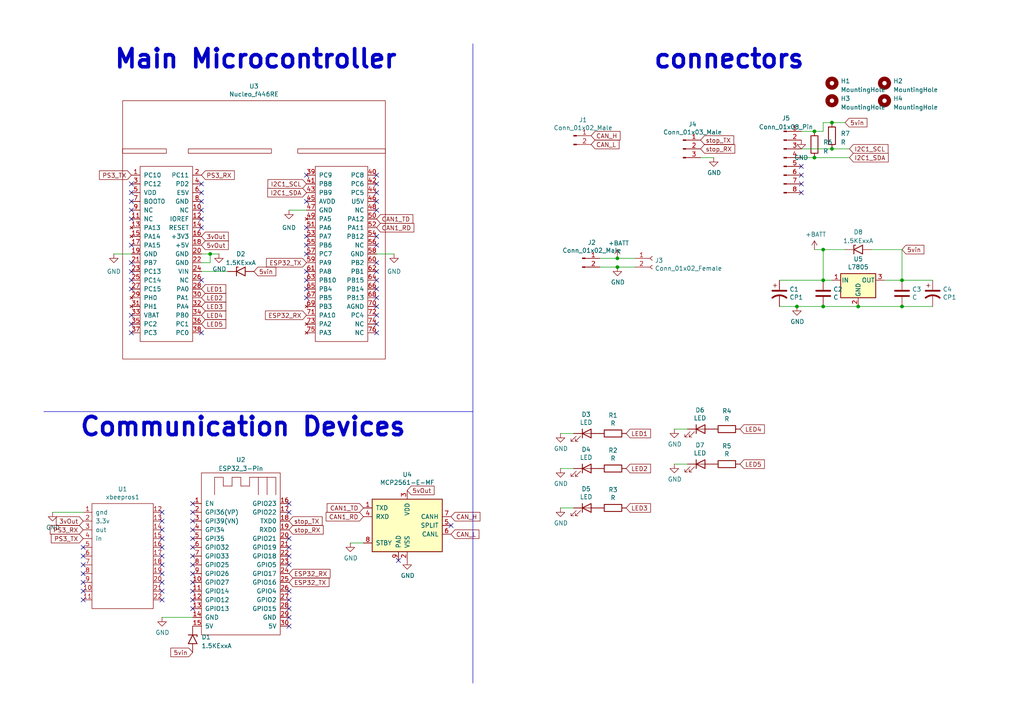
<source format=kicad_sch>
(kicad_sch (version 20230121) (generator eeschema)

  (uuid 3c67ef6c-b383-4c97-afca-478d2ca996ea)

  (paper "A4")

  (lib_symbols
    (symbol "2022NHK_Con_lead-rescue:CP1-Device" (pin_numbers hide) (pin_names (offset 0.254) hide) (in_bom yes) (on_board yes)
      (property "Reference" "C" (at 0.635 2.54 0)
        (effects (font (size 1.27 1.27)) (justify left))
      )
      (property "Value" "Device_CP1" (at 0.635 -2.54 0)
        (effects (font (size 1.27 1.27)) (justify left))
      )
      (property "Footprint" "" (at 0 0 0)
        (effects (font (size 1.27 1.27)) hide)
      )
      (property "Datasheet" "" (at 0 0 0)
        (effects (font (size 1.27 1.27)) hide)
      )
      (property "ki_fp_filters" "CP_*" (at 0 0 0)
        (effects (font (size 1.27 1.27)) hide)
      )
      (symbol "CP1-Device_0_1"
        (polyline
          (pts
            (xy -2.032 0.762)
            (xy 2.032 0.762)
          )
          (stroke (width 0.508) (type solid))
          (fill (type none))
        )
        (polyline
          (pts
            (xy -1.778 2.286)
            (xy -0.762 2.286)
          )
          (stroke (width 0) (type solid))
          (fill (type none))
        )
        (polyline
          (pts
            (xy -1.27 1.778)
            (xy -1.27 2.794)
          )
          (stroke (width 0) (type solid))
          (fill (type none))
        )
        (arc (start 2.032 -1.27) (mid 0 -0.5572) (end -2.032 -1.27)
          (stroke (width 0.508) (type solid))
          (fill (type none))
        )
      )
      (symbol "CP1-Device_1_1"
        (pin passive line (at 0 3.81 270) (length 2.794)
          (name "~" (effects (font (size 1.27 1.27))))
          (number "1" (effects (font (size 1.27 1.27))))
        )
        (pin passive line (at 0 -3.81 90) (length 3.302)
          (name "~" (effects (font (size 1.27 1.27))))
          (number "2" (effects (font (size 1.27 1.27))))
        )
      )
    )
    (symbol "2022NHK_Con_lead-rescue:Conn_01x02_Female-Connector" (pin_names (offset 1.016) hide) (in_bom yes) (on_board yes)
      (property "Reference" "J" (at 0 2.54 0)
        (effects (font (size 1.27 1.27)))
      )
      (property "Value" "Connector_Conn_01x02_Female" (at 0 -5.08 0)
        (effects (font (size 1.27 1.27)))
      )
      (property "Footprint" "" (at 0 0 0)
        (effects (font (size 1.27 1.27)) hide)
      )
      (property "Datasheet" "" (at 0 0 0)
        (effects (font (size 1.27 1.27)) hide)
      )
      (property "ki_fp_filters" "Connector*:*_1x??_*" (at 0 0 0)
        (effects (font (size 1.27 1.27)) hide)
      )
      (symbol "Conn_01x02_Female-Connector_1_1"
        (arc (start 0 -2.032) (mid -0.5058 -2.54) (end 0 -3.048)
          (stroke (width 0.1524) (type solid))
          (fill (type none))
        )
        (polyline
          (pts
            (xy -1.27 -2.54)
            (xy -0.508 -2.54)
          )
          (stroke (width 0.1524) (type solid))
          (fill (type none))
        )
        (polyline
          (pts
            (xy -1.27 0)
            (xy -0.508 0)
          )
          (stroke (width 0.1524) (type solid))
          (fill (type none))
        )
        (arc (start 0 0.508) (mid -0.5058 0) (end 0 -0.508)
          (stroke (width 0.1524) (type solid))
          (fill (type none))
        )
        (pin passive line (at -5.08 0 0) (length 3.81)
          (name "Pin_1" (effects (font (size 1.27 1.27))))
          (number "1" (effects (font (size 1.27 1.27))))
        )
        (pin passive line (at -5.08 -2.54 0) (length 3.81)
          (name "Pin_2" (effects (font (size 1.27 1.27))))
          (number "2" (effects (font (size 1.27 1.27))))
        )
      )
    )
    (symbol "2022NHK_Con_lead-rescue:Conn_01x02_Male-Connector" (pin_names (offset 1.016) hide) (in_bom yes) (on_board yes)
      (property "Reference" "J" (at 0 2.54 0)
        (effects (font (size 1.27 1.27)))
      )
      (property "Value" "Connector_Conn_01x02_Male" (at 0 -5.08 0)
        (effects (font (size 1.27 1.27)))
      )
      (property "Footprint" "" (at 0 0 0)
        (effects (font (size 1.27 1.27)) hide)
      )
      (property "Datasheet" "" (at 0 0 0)
        (effects (font (size 1.27 1.27)) hide)
      )
      (property "ki_fp_filters" "Connector*:*_1x??_*" (at 0 0 0)
        (effects (font (size 1.27 1.27)) hide)
      )
      (symbol "Conn_01x02_Male-Connector_1_1"
        (polyline
          (pts
            (xy 1.27 -2.54)
            (xy 0.8636 -2.54)
          )
          (stroke (width 0.1524) (type solid))
          (fill (type none))
        )
        (polyline
          (pts
            (xy 1.27 0)
            (xy 0.8636 0)
          )
          (stroke (width 0.1524) (type solid))
          (fill (type none))
        )
        (rectangle (start 0.8636 -2.413) (end 0 -2.667)
          (stroke (width 0.1524) (type solid))
          (fill (type outline))
        )
        (rectangle (start 0.8636 0.127) (end 0 -0.127)
          (stroke (width 0.1524) (type solid))
          (fill (type outline))
        )
        (pin passive line (at 5.08 0 180) (length 3.81)
          (name "Pin_1" (effects (font (size 1.27 1.27))))
          (number "1" (effects (font (size 1.27 1.27))))
        )
        (pin passive line (at 5.08 -2.54 180) (length 3.81)
          (name "Pin_2" (effects (font (size 1.27 1.27))))
          (number "2" (effects (font (size 1.27 1.27))))
        )
      )
    )
    (symbol "Connector:Conn_01x08_Pin" (pin_names (offset 1.016) hide) (in_bom yes) (on_board yes)
      (property "Reference" "J" (at 0 10.16 0)
        (effects (font (size 1.27 1.27)))
      )
      (property "Value" "Conn_01x08_Pin" (at 0 -12.7 0)
        (effects (font (size 1.27 1.27)))
      )
      (property "Footprint" "" (at 0 0 0)
        (effects (font (size 1.27 1.27)) hide)
      )
      (property "Datasheet" "~" (at 0 0 0)
        (effects (font (size 1.27 1.27)) hide)
      )
      (property "ki_locked" "" (at 0 0 0)
        (effects (font (size 1.27 1.27)))
      )
      (property "ki_keywords" "connector" (at 0 0 0)
        (effects (font (size 1.27 1.27)) hide)
      )
      (property "ki_description" "Generic connector, single row, 01x08, script generated" (at 0 0 0)
        (effects (font (size 1.27 1.27)) hide)
      )
      (property "ki_fp_filters" "Connector*:*_1x??_*" (at 0 0 0)
        (effects (font (size 1.27 1.27)) hide)
      )
      (symbol "Conn_01x08_Pin_1_1"
        (polyline
          (pts
            (xy 1.27 -10.16)
            (xy 0.8636 -10.16)
          )
          (stroke (width 0.1524) (type default))
          (fill (type none))
        )
        (polyline
          (pts
            (xy 1.27 -7.62)
            (xy 0.8636 -7.62)
          )
          (stroke (width 0.1524) (type default))
          (fill (type none))
        )
        (polyline
          (pts
            (xy 1.27 -5.08)
            (xy 0.8636 -5.08)
          )
          (stroke (width 0.1524) (type default))
          (fill (type none))
        )
        (polyline
          (pts
            (xy 1.27 -2.54)
            (xy 0.8636 -2.54)
          )
          (stroke (width 0.1524) (type default))
          (fill (type none))
        )
        (polyline
          (pts
            (xy 1.27 0)
            (xy 0.8636 0)
          )
          (stroke (width 0.1524) (type default))
          (fill (type none))
        )
        (polyline
          (pts
            (xy 1.27 2.54)
            (xy 0.8636 2.54)
          )
          (stroke (width 0.1524) (type default))
          (fill (type none))
        )
        (polyline
          (pts
            (xy 1.27 5.08)
            (xy 0.8636 5.08)
          )
          (stroke (width 0.1524) (type default))
          (fill (type none))
        )
        (polyline
          (pts
            (xy 1.27 7.62)
            (xy 0.8636 7.62)
          )
          (stroke (width 0.1524) (type default))
          (fill (type none))
        )
        (rectangle (start 0.8636 -10.033) (end 0 -10.287)
          (stroke (width 0.1524) (type default))
          (fill (type outline))
        )
        (rectangle (start 0.8636 -7.493) (end 0 -7.747)
          (stroke (width 0.1524) (type default))
          (fill (type outline))
        )
        (rectangle (start 0.8636 -4.953) (end 0 -5.207)
          (stroke (width 0.1524) (type default))
          (fill (type outline))
        )
        (rectangle (start 0.8636 -2.413) (end 0 -2.667)
          (stroke (width 0.1524) (type default))
          (fill (type outline))
        )
        (rectangle (start 0.8636 0.127) (end 0 -0.127)
          (stroke (width 0.1524) (type default))
          (fill (type outline))
        )
        (rectangle (start 0.8636 2.667) (end 0 2.413)
          (stroke (width 0.1524) (type default))
          (fill (type outline))
        )
        (rectangle (start 0.8636 5.207) (end 0 4.953)
          (stroke (width 0.1524) (type default))
          (fill (type outline))
        )
        (rectangle (start 0.8636 7.747) (end 0 7.493)
          (stroke (width 0.1524) (type default))
          (fill (type outline))
        )
        (pin passive line (at 5.08 7.62 180) (length 3.81)
          (name "Pin_1" (effects (font (size 1.27 1.27))))
          (number "1" (effects (font (size 1.27 1.27))))
        )
        (pin passive line (at 5.08 5.08 180) (length 3.81)
          (name "Pin_2" (effects (font (size 1.27 1.27))))
          (number "2" (effects (font (size 1.27 1.27))))
        )
        (pin passive line (at 5.08 2.54 180) (length 3.81)
          (name "Pin_3" (effects (font (size 1.27 1.27))))
          (number "3" (effects (font (size 1.27 1.27))))
        )
        (pin passive line (at 5.08 0 180) (length 3.81)
          (name "Pin_4" (effects (font (size 1.27 1.27))))
          (number "4" (effects (font (size 1.27 1.27))))
        )
        (pin passive line (at 5.08 -2.54 180) (length 3.81)
          (name "Pin_5" (effects (font (size 1.27 1.27))))
          (number "5" (effects (font (size 1.27 1.27))))
        )
        (pin passive line (at 5.08 -5.08 180) (length 3.81)
          (name "Pin_6" (effects (font (size 1.27 1.27))))
          (number "6" (effects (font (size 1.27 1.27))))
        )
        (pin passive line (at 5.08 -7.62 180) (length 3.81)
          (name "Pin_7" (effects (font (size 1.27 1.27))))
          (number "7" (effects (font (size 1.27 1.27))))
        )
        (pin passive line (at 5.08 -10.16 180) (length 3.81)
          (name "Pin_8" (effects (font (size 1.27 1.27))))
          (number "8" (effects (font (size 1.27 1.27))))
        )
      )
    )
    (symbol "Device:C" (pin_numbers hide) (pin_names (offset 0.254)) (in_bom yes) (on_board yes)
      (property "Reference" "C" (at 0.635 2.54 0)
        (effects (font (size 1.27 1.27)) (justify left))
      )
      (property "Value" "C" (at 0.635 -2.54 0)
        (effects (font (size 1.27 1.27)) (justify left))
      )
      (property "Footprint" "" (at 0.9652 -3.81 0)
        (effects (font (size 1.27 1.27)) hide)
      )
      (property "Datasheet" "~" (at 0 0 0)
        (effects (font (size 1.27 1.27)) hide)
      )
      (property "ki_keywords" "cap capacitor" (at 0 0 0)
        (effects (font (size 1.27 1.27)) hide)
      )
      (property "ki_description" "Unpolarized capacitor" (at 0 0 0)
        (effects (font (size 1.27 1.27)) hide)
      )
      (property "ki_fp_filters" "C_*" (at 0 0 0)
        (effects (font (size 1.27 1.27)) hide)
      )
      (symbol "C_0_1"
        (polyline
          (pts
            (xy -2.032 -0.762)
            (xy 2.032 -0.762)
          )
          (stroke (width 0.508) (type default))
          (fill (type none))
        )
        (polyline
          (pts
            (xy -2.032 0.762)
            (xy 2.032 0.762)
          )
          (stroke (width 0.508) (type default))
          (fill (type none))
        )
      )
      (symbol "C_1_1"
        (pin passive line (at 0 3.81 270) (length 2.794)
          (name "~" (effects (font (size 1.27 1.27))))
          (number "1" (effects (font (size 1.27 1.27))))
        )
        (pin passive line (at 0 -3.81 90) (length 2.794)
          (name "~" (effects (font (size 1.27 1.27))))
          (number "2" (effects (font (size 1.27 1.27))))
        )
      )
    )
    (symbol "Device:LED" (pin_numbers hide) (pin_names (offset 1.016) hide) (in_bom yes) (on_board yes)
      (property "Reference" "D" (at 0 2.54 0)
        (effects (font (size 1.27 1.27)))
      )
      (property "Value" "LED" (at 0 -2.54 0)
        (effects (font (size 1.27 1.27)))
      )
      (property "Footprint" "" (at 0 0 0)
        (effects (font (size 1.27 1.27)) hide)
      )
      (property "Datasheet" "~" (at 0 0 0)
        (effects (font (size 1.27 1.27)) hide)
      )
      (property "ki_keywords" "LED diode" (at 0 0 0)
        (effects (font (size 1.27 1.27)) hide)
      )
      (property "ki_description" "Light emitting diode" (at 0 0 0)
        (effects (font (size 1.27 1.27)) hide)
      )
      (property "ki_fp_filters" "LED* LED_SMD:* LED_THT:*" (at 0 0 0)
        (effects (font (size 1.27 1.27)) hide)
      )
      (symbol "LED_0_1"
        (polyline
          (pts
            (xy -1.27 -1.27)
            (xy -1.27 1.27)
          )
          (stroke (width 0.254) (type default))
          (fill (type none))
        )
        (polyline
          (pts
            (xy -1.27 0)
            (xy 1.27 0)
          )
          (stroke (width 0) (type default))
          (fill (type none))
        )
        (polyline
          (pts
            (xy 1.27 -1.27)
            (xy 1.27 1.27)
            (xy -1.27 0)
            (xy 1.27 -1.27)
          )
          (stroke (width 0.254) (type default))
          (fill (type none))
        )
        (polyline
          (pts
            (xy -3.048 -0.762)
            (xy -4.572 -2.286)
            (xy -3.81 -2.286)
            (xy -4.572 -2.286)
            (xy -4.572 -1.524)
          )
          (stroke (width 0) (type default))
          (fill (type none))
        )
        (polyline
          (pts
            (xy -1.778 -0.762)
            (xy -3.302 -2.286)
            (xy -2.54 -2.286)
            (xy -3.302 -2.286)
            (xy -3.302 -1.524)
          )
          (stroke (width 0) (type default))
          (fill (type none))
        )
      )
      (symbol "LED_1_1"
        (pin passive line (at -3.81 0 0) (length 2.54)
          (name "K" (effects (font (size 1.27 1.27))))
          (number "1" (effects (font (size 1.27 1.27))))
        )
        (pin passive line (at 3.81 0 180) (length 2.54)
          (name "A" (effects (font (size 1.27 1.27))))
          (number "2" (effects (font (size 1.27 1.27))))
        )
      )
    )
    (symbol "Device:R" (pin_numbers hide) (pin_names (offset 0)) (in_bom yes) (on_board yes)
      (property "Reference" "R" (at 2.032 0 90)
        (effects (font (size 1.27 1.27)))
      )
      (property "Value" "R" (at 0 0 90)
        (effects (font (size 1.27 1.27)))
      )
      (property "Footprint" "" (at -1.778 0 90)
        (effects (font (size 1.27 1.27)) hide)
      )
      (property "Datasheet" "~" (at 0 0 0)
        (effects (font (size 1.27 1.27)) hide)
      )
      (property "ki_keywords" "R res resistor" (at 0 0 0)
        (effects (font (size 1.27 1.27)) hide)
      )
      (property "ki_description" "Resistor" (at 0 0 0)
        (effects (font (size 1.27 1.27)) hide)
      )
      (property "ki_fp_filters" "R_*" (at 0 0 0)
        (effects (font (size 1.27 1.27)) hide)
      )
      (symbol "R_0_1"
        (rectangle (start -1.016 -2.54) (end 1.016 2.54)
          (stroke (width 0.254) (type default))
          (fill (type none))
        )
      )
      (symbol "R_1_1"
        (pin passive line (at 0 3.81 270) (length 1.27)
          (name "~" (effects (font (size 1.27 1.27))))
          (number "1" (effects (font (size 1.27 1.27))))
        )
        (pin passive line (at 0 -3.81 90) (length 1.27)
          (name "~" (effects (font (size 1.27 1.27))))
          (number "2" (effects (font (size 1.27 1.27))))
        )
      )
    )
    (symbol "Diode:1.5KExxA" (pin_numbers hide) (pin_names (offset 1.016) hide) (in_bom yes) (on_board yes)
      (property "Reference" "D" (at 0 2.54 0)
        (effects (font (size 1.27 1.27)))
      )
      (property "Value" "1.5KExxA" (at 0 -2.54 0)
        (effects (font (size 1.27 1.27)))
      )
      (property "Footprint" "Diode_THT:D_DO-201AE_P15.24mm_Horizontal" (at 0 -5.08 0)
        (effects (font (size 1.27 1.27)) hide)
      )
      (property "Datasheet" "https://www.vishay.com/docs/88301/15ke.pdf" (at -1.27 0 0)
        (effects (font (size 1.27 1.27)) hide)
      )
      (property "ki_keywords" "diode TVS voltage suppressor" (at 0 0 0)
        (effects (font (size 1.27 1.27)) hide)
      )
      (property "ki_description" "1500W unidirectional TRANSZORB® Transient Voltage Suppressor, DO-201AE" (at 0 0 0)
        (effects (font (size 1.27 1.27)) hide)
      )
      (property "ki_fp_filters" "D?DO?201AE*" (at 0 0 0)
        (effects (font (size 1.27 1.27)) hide)
      )
      (symbol "1.5KExxA_0_1"
        (polyline
          (pts
            (xy -0.762 1.27)
            (xy -1.27 1.27)
            (xy -1.27 -1.27)
          )
          (stroke (width 0.254) (type default))
          (fill (type none))
        )
        (polyline
          (pts
            (xy 1.27 1.27)
            (xy 1.27 -1.27)
            (xy -1.27 0)
            (xy 1.27 1.27)
          )
          (stroke (width 0.254) (type default))
          (fill (type none))
        )
      )
      (symbol "1.5KExxA_1_1"
        (pin passive line (at -3.81 0 0) (length 2.54)
          (name "A1" (effects (font (size 1.27 1.27))))
          (number "1" (effects (font (size 1.27 1.27))))
        )
        (pin passive line (at 3.81 0 180) (length 2.54)
          (name "A2" (effects (font (size 1.27 1.27))))
          (number "2" (effects (font (size 1.27 1.27))))
        )
      )
    )
    (symbol "ESP32-30Pin:ESP32_3-Pin" (pin_names (offset 1.016)) (in_bom yes) (on_board yes)
      (property "Reference" "U" (at 0 0 0)
        (effects (font (size 1.27 1.27)))
      )
      (property "Value" "ESP32_3-Pin" (at 0 0 0)
        (effects (font (size 1.27 1.27)))
      )
      (property "Footprint" "" (at 0 0 0)
        (effects (font (size 1.27 1.27)) hide)
      )
      (property "Datasheet" "" (at 0 0 0)
        (effects (font (size 1.27 1.27)) hide)
      )
      (symbol "ESP32_3-Pin_0_1"
        (rectangle (start -11.43 -1.27) (end 11.43 -48.26)
          (stroke (width 0) (type solid))
          (fill (type none))
        )
        (rectangle (start -7.62 -7.62) (end -7.62 -2.54)
          (stroke (width 0) (type solid))
          (fill (type none))
        )
        (rectangle (start -7.62 -2.54) (end -5.08 -2.54)
          (stroke (width 0) (type solid))
          (fill (type none))
        )
        (rectangle (start -5.08 -5.08) (end -5.08 -2.54)
          (stroke (width 0) (type solid))
          (fill (type none))
        )
        (rectangle (start -5.08 -5.08) (end -2.54 -5.08)
          (stroke (width 0) (type solid))
          (fill (type none))
        )
        (rectangle (start -2.54 -2.54) (end -2.54 -5.08)
          (stroke (width 0) (type solid))
          (fill (type none))
        )
        (rectangle (start -2.54 -2.54) (end 0 -2.54)
          (stroke (width 0) (type solid))
          (fill (type none))
        )
        (rectangle (start 0 -5.08) (end 2.54 -5.08)
          (stroke (width 0) (type solid))
          (fill (type none))
        )
        (rectangle (start 0 -2.54) (end 0 -5.08)
          (stroke (width 0) (type solid))
          (fill (type none))
        )
        (rectangle (start 2.54 -2.54) (end 2.54 -5.08)
          (stroke (width 0) (type solid))
          (fill (type none))
        )
        (rectangle (start 2.54 -2.54) (end 5.08 -2.54)
          (stroke (width 0) (type solid))
          (fill (type none))
        )
        (rectangle (start 5.08 -7.62) (end 5.08 -2.54)
          (stroke (width 0) (type solid))
          (fill (type none))
        )
        (rectangle (start 5.08 -2.54) (end 7.62 -2.54)
          (stroke (width 0) (type solid))
          (fill (type none))
        )
        (rectangle (start 7.62 -2.54) (end 7.62 -7.62)
          (stroke (width 0) (type solid))
          (fill (type none))
        )
        (rectangle (start 7.62 -2.54) (end 10.16 -2.54)
          (stroke (width 0) (type solid))
          (fill (type none))
        )
        (rectangle (start 10.16 -2.54) (end 10.16 -7.62)
          (stroke (width 0) (type solid))
          (fill (type none))
        )
      )
      (symbol "ESP32_3-Pin_1_1"
        (pin input line (at -13.97 -10.16 0) (length 2.54)
          (name "EN" (effects (font (size 1.27 1.27))))
          (number "1" (effects (font (size 1.27 1.27))))
        )
        (pin bidirectional line (at -13.97 -33.02 0) (length 2.54)
          (name "GPIO27" (effects (font (size 1.27 1.27))))
          (number "10" (effects (font (size 1.27 1.27))))
        )
        (pin bidirectional line (at -13.97 -35.56 0) (length 2.54)
          (name "GPIO14" (effects (font (size 1.27 1.27))))
          (number "11" (effects (font (size 1.27 1.27))))
        )
        (pin bidirectional line (at -13.97 -38.1 0) (length 2.54)
          (name "GPIO12" (effects (font (size 1.27 1.27))))
          (number "12" (effects (font (size 1.27 1.27))))
        )
        (pin bidirectional line (at -13.97 -40.64 0) (length 2.54)
          (name "GPIO13" (effects (font (size 1.27 1.27))))
          (number "13" (effects (font (size 1.27 1.27))))
        )
        (pin input line (at -13.97 -43.18 0) (length 2.54)
          (name "GND" (effects (font (size 1.27 1.27))))
          (number "14" (effects (font (size 1.27 1.27))))
        )
        (pin output line (at -13.97 -45.72 0) (length 2.54)
          (name "5V" (effects (font (size 1.27 1.27))))
          (number "15" (effects (font (size 1.27 1.27))))
        )
        (pin bidirectional line (at 13.97 -10.16 180) (length 2.54)
          (name "GPIO23" (effects (font (size 1.27 1.27))))
          (number "16" (effects (font (size 1.27 1.27))))
        )
        (pin bidirectional line (at 13.97 -12.7 180) (length 2.54)
          (name "GPIO22" (effects (font (size 1.27 1.27))))
          (number "17" (effects (font (size 1.27 1.27))))
        )
        (pin bidirectional line (at 13.97 -15.24 180) (length 2.54)
          (name "TXD0" (effects (font (size 1.27 1.27))))
          (number "18" (effects (font (size 1.27 1.27))))
        )
        (pin bidirectional line (at 13.97 -17.78 180) (length 2.54)
          (name "RXD0" (effects (font (size 1.27 1.27))))
          (number "19" (effects (font (size 1.27 1.27))))
        )
        (pin input line (at -13.97 -12.7 0) (length 2.54)
          (name "GPI36(VP)" (effects (font (size 1.27 1.27))))
          (number "2" (effects (font (size 1.27 1.27))))
        )
        (pin bidirectional line (at 13.97 -20.32 180) (length 2.54)
          (name "GPIO21" (effects (font (size 1.27 1.27))))
          (number "20" (effects (font (size 1.27 1.27))))
        )
        (pin bidirectional line (at 13.97 -22.86 180) (length 2.54)
          (name "GPIO19" (effects (font (size 1.27 1.27))))
          (number "21" (effects (font (size 1.27 1.27))))
        )
        (pin bidirectional line (at 13.97 -25.4 180) (length 2.54)
          (name "GPIO18" (effects (font (size 1.27 1.27))))
          (number "22" (effects (font (size 1.27 1.27))))
        )
        (pin bidirectional line (at 13.97 -27.94 180) (length 2.54)
          (name "GPIO5" (effects (font (size 1.27 1.27))))
          (number "23" (effects (font (size 1.27 1.27))))
        )
        (pin bidirectional line (at 13.97 -30.48 180) (length 2.54)
          (name "GPIO17" (effects (font (size 1.27 1.27))))
          (number "24" (effects (font (size 1.27 1.27))))
        )
        (pin bidirectional line (at 13.97 -33.02 180) (length 2.54)
          (name "GPIO16" (effects (font (size 1.27 1.27))))
          (number "25" (effects (font (size 1.27 1.27))))
        )
        (pin bidirectional line (at 13.97 -35.56 180) (length 2.54)
          (name "GPIO4" (effects (font (size 1.27 1.27))))
          (number "26" (effects (font (size 1.27 1.27))))
        )
        (pin bidirectional line (at 13.97 -38.1 180) (length 2.54)
          (name "GPIO2" (effects (font (size 1.27 1.27))))
          (number "27" (effects (font (size 1.27 1.27))))
        )
        (pin bidirectional line (at 13.97 -40.64 180) (length 2.54)
          (name "GPIO15" (effects (font (size 1.27 1.27))))
          (number "28" (effects (font (size 1.27 1.27))))
        )
        (pin input line (at 13.97 -43.18 180) (length 2.54)
          (name "GND" (effects (font (size 1.27 1.27))))
          (number "29" (effects (font (size 1.27 1.27))))
        )
        (pin input line (at -13.97 -15.24 0) (length 2.54)
          (name "GPI39(VN)" (effects (font (size 1.27 1.27))))
          (number "3" (effects (font (size 1.27 1.27))))
        )
        (pin output line (at 13.97 -45.72 180) (length 2.54)
          (name "5V" (effects (font (size 1.27 1.27))))
          (number "30" (effects (font (size 1.27 1.27))))
        )
        (pin input line (at -13.97 -17.78 0) (length 2.54)
          (name "GPI34" (effects (font (size 1.27 1.27))))
          (number "4" (effects (font (size 1.27 1.27))))
        )
        (pin input line (at -13.97 -20.32 0) (length 2.54)
          (name "GPI35" (effects (font (size 1.27 1.27))))
          (number "5" (effects (font (size 1.27 1.27))))
        )
        (pin bidirectional line (at -13.97 -22.86 0) (length 2.54)
          (name "GPIO32" (effects (font (size 1.27 1.27))))
          (number "6" (effects (font (size 1.27 1.27))))
        )
        (pin bidirectional line (at -13.97 -25.4 0) (length 2.54)
          (name "GPIO33" (effects (font (size 1.27 1.27))))
          (number "7" (effects (font (size 1.27 1.27))))
        )
        (pin bidirectional line (at -13.97 -27.94 0) (length 2.54)
          (name "GPIO25" (effects (font (size 1.27 1.27))))
          (number "8" (effects (font (size 1.27 1.27))))
        )
        (pin bidirectional line (at -13.97 -30.48 0) (length 2.54)
          (name "GPIO26" (effects (font (size 1.27 1.27))))
          (number "9" (effects (font (size 1.27 1.27))))
        )
      )
    )
    (symbol "Interface_CAN_LIN:MCP2561-E-MF" (pin_names (offset 1.016)) (in_bom yes) (on_board yes)
      (property "Reference" "U" (at -10.16 8.89 0)
        (effects (font (size 1.27 1.27)) (justify left))
      )
      (property "Value" "MCP2561-E-MF" (at 2.54 8.89 0)
        (effects (font (size 1.27 1.27)) (justify left))
      )
      (property "Footprint" "Package_DFN_QFN:DFN-8-1EP_3x3mm_P0.65mm_EP1.55x2.4mm" (at 0 -12.7 0)
        (effects (font (size 1.27 1.27) italic) hide)
      )
      (property "Datasheet" "http://ww1.microchip.com/downloads/en/DeviceDoc/25167A.pdf" (at 0 0 0)
        (effects (font (size 1.27 1.27)) hide)
      )
      (property "ki_keywords" "High-Speed CAN Transceiver" (at 0 0 0)
        (effects (font (size 1.27 1.27)) hide)
      )
      (property "ki_description" "High-Speed CAN Transceiver, 1Mbps, 5V supply, SPLIT pin, -40C to +125C, DFN-8" (at 0 0 0)
        (effects (font (size 1.27 1.27)) hide)
      )
      (property "ki_fp_filters" "DFN*1EP*3x3mm*P0.65mm*" (at 0 0 0)
        (effects (font (size 1.27 1.27)) hide)
      )
      (symbol "MCP2561-E-MF_0_1"
        (rectangle (start -10.16 7.62) (end 10.16 -7.62)
          (stroke (width 0.254) (type default))
          (fill (type background))
        )
      )
      (symbol "MCP2561-E-MF_1_1"
        (pin input line (at -12.7 5.08 0) (length 2.54)
          (name "TXD" (effects (font (size 1.27 1.27))))
          (number "1" (effects (font (size 1.27 1.27))))
        )
        (pin power_in line (at 0 -10.16 90) (length 2.54)
          (name "VSS" (effects (font (size 1.27 1.27))))
          (number "2" (effects (font (size 1.27 1.27))))
        )
        (pin power_in line (at 0 10.16 270) (length 2.54)
          (name "VDD" (effects (font (size 1.27 1.27))))
          (number "3" (effects (font (size 1.27 1.27))))
        )
        (pin output line (at -12.7 2.54 0) (length 2.54)
          (name "RXD" (effects (font (size 1.27 1.27))))
          (number "4" (effects (font (size 1.27 1.27))))
        )
        (pin passive line (at 12.7 0 180) (length 2.54)
          (name "SPLIT" (effects (font (size 1.27 1.27))))
          (number "5" (effects (font (size 1.27 1.27))))
        )
        (pin bidirectional line (at 12.7 -2.54 180) (length 2.54)
          (name "CANL" (effects (font (size 1.27 1.27))))
          (number "6" (effects (font (size 1.27 1.27))))
        )
        (pin bidirectional line (at 12.7 2.54 180) (length 2.54)
          (name "CANH" (effects (font (size 1.27 1.27))))
          (number "7" (effects (font (size 1.27 1.27))))
        )
        (pin input line (at -12.7 -5.08 0) (length 2.54)
          (name "STBY" (effects (font (size 1.27 1.27))))
          (number "8" (effects (font (size 1.27 1.27))))
        )
        (pin power_in line (at -2.54 -10.16 90) (length 2.54)
          (name "PAD" (effects (font (size 1.27 1.27))))
          (number "9" (effects (font (size 1.27 1.27))))
        )
      )
    )
    (symbol "Mechanical:MountingHole" (pin_names (offset 1.016)) (in_bom yes) (on_board yes)
      (property "Reference" "H" (at 0 5.08 0)
        (effects (font (size 1.27 1.27)))
      )
      (property "Value" "MountingHole" (at 0 3.175 0)
        (effects (font (size 1.27 1.27)))
      )
      (property "Footprint" "" (at 0 0 0)
        (effects (font (size 1.27 1.27)) hide)
      )
      (property "Datasheet" "~" (at 0 0 0)
        (effects (font (size 1.27 1.27)) hide)
      )
      (property "ki_keywords" "mounting hole" (at 0 0 0)
        (effects (font (size 1.27 1.27)) hide)
      )
      (property "ki_description" "Mounting Hole without connection" (at 0 0 0)
        (effects (font (size 1.27 1.27)) hide)
      )
      (property "ki_fp_filters" "MountingHole*" (at 0 0 0)
        (effects (font (size 1.27 1.27)) hide)
      )
      (symbol "MountingHole_0_1"
        (circle (center 0 0) (radius 1.27)
          (stroke (width 1.27) (type default))
          (fill (type none))
        )
      )
    )
    (symbol "Regulator_Linear:L7805" (pin_names (offset 0.254)) (in_bom yes) (on_board yes)
      (property "Reference" "U" (at -3.81 3.175 0)
        (effects (font (size 1.27 1.27)))
      )
      (property "Value" "L7805" (at 0 3.175 0)
        (effects (font (size 1.27 1.27)) (justify left))
      )
      (property "Footprint" "" (at 0.635 -3.81 0)
        (effects (font (size 1.27 1.27) italic) (justify left) hide)
      )
      (property "Datasheet" "http://www.st.com/content/ccc/resource/technical/document/datasheet/41/4f/b3/b0/12/d4/47/88/CD00000444.pdf/files/CD00000444.pdf/jcr:content/translations/en.CD00000444.pdf" (at 0 -1.27 0)
        (effects (font (size 1.27 1.27)) hide)
      )
      (property "ki_keywords" "Voltage Regulator 1.5A Positive" (at 0 0 0)
        (effects (font (size 1.27 1.27)) hide)
      )
      (property "ki_description" "Positive 1.5A 35V Linear Regulator, Fixed Output 5V, TO-220/TO-263/TO-252" (at 0 0 0)
        (effects (font (size 1.27 1.27)) hide)
      )
      (property "ki_fp_filters" "TO?252* TO?263* TO?220*" (at 0 0 0)
        (effects (font (size 1.27 1.27)) hide)
      )
      (symbol "L7805_0_1"
        (rectangle (start -5.08 1.905) (end 5.08 -5.08)
          (stroke (width 0.254) (type default))
          (fill (type background))
        )
      )
      (symbol "L7805_1_1"
        (pin power_in line (at -7.62 0 0) (length 2.54)
          (name "IN" (effects (font (size 1.27 1.27))))
          (number "1" (effects (font (size 1.27 1.27))))
        )
        (pin power_in line (at 0 -7.62 90) (length 2.54)
          (name "GND" (effects (font (size 1.27 1.27))))
          (number "2" (effects (font (size 1.27 1.27))))
        )
        (pin power_out line (at 7.62 0 180) (length 2.54)
          (name "OUT" (effects (font (size 1.27 1.27))))
          (number "3" (effects (font (size 1.27 1.27))))
        )
      )
    )
    (symbol "main_board-rescue:Conn_01x02_Male-Connector" (pin_names (offset 1.016) hide) (in_bom yes) (on_board yes)
      (property "Reference" "J" (at 0 2.54 0)
        (effects (font (size 1.27 1.27)))
      )
      (property "Value" "Connector_Conn_01x02_Male" (at 0 -5.08 0)
        (effects (font (size 1.27 1.27)))
      )
      (property "Footprint" "" (at 0 0 0)
        (effects (font (size 1.27 1.27)) hide)
      )
      (property "Datasheet" "" (at 0 0 0)
        (effects (font (size 1.27 1.27)) hide)
      )
      (property "ki_fp_filters" "Connector*:*_1x??_*" (at 0 0 0)
        (effects (font (size 1.27 1.27)) hide)
      )
      (symbol "Conn_01x02_Male-Connector_1_1"
        (polyline
          (pts
            (xy 1.27 -2.54)
            (xy 0.8636 -2.54)
          )
          (stroke (width 0.1524) (type solid))
          (fill (type none))
        )
        (polyline
          (pts
            (xy 1.27 0)
            (xy 0.8636 0)
          )
          (stroke (width 0.1524) (type solid))
          (fill (type none))
        )
        (rectangle (start 0.8636 -2.413) (end 0 -2.667)
          (stroke (width 0.1524) (type solid))
          (fill (type outline))
        )
        (rectangle (start 0.8636 0.127) (end 0 -0.127)
          (stroke (width 0.1524) (type solid))
          (fill (type outline))
        )
        (pin passive line (at 5.08 0 180) (length 3.81)
          (name "Pin_1" (effects (font (size 1.27 1.27))))
          (number "1" (effects (font (size 1.27 1.27))))
        )
        (pin passive line (at 5.08 -2.54 180) (length 3.81)
          (name "Pin_2" (effects (font (size 1.27 1.27))))
          (number "2" (effects (font (size 1.27 1.27))))
        )
      )
    )
    (symbol "main_board-rescue:Nucleo_f446RE-nucleo_f446re" (pin_names (offset 1.016)) (in_bom yes) (on_board yes)
      (property "Reference" "U" (at 0 0 0)
        (effects (font (size 1.27 1.27)))
      )
      (property "Value" "nucleo_f446re_Nucleo_f446RE" (at 0 0 0)
        (effects (font (size 1.27 1.27)))
      )
      (property "Footprint" "" (at 0 0 0)
        (effects (font (size 1.27 1.27)) hide)
      )
      (property "Datasheet" "" (at 0 0 0)
        (effects (font (size 1.27 1.27)) hide)
      )
      (symbol "Nucleo_f446RE-nucleo_f446re_0_1"
        (rectangle (start -38.1 -1.27) (end 38.1 -76.2)
          (stroke (width 0) (type solid))
          (fill (type none))
        )
        (rectangle (start -33.02 -20.32) (end -17.78 -71.12)
          (stroke (width 0) (type solid))
          (fill (type none))
        )
        (rectangle (start -25.4 -16.51) (end -38.1 -15.24)
          (stroke (width 0) (type solid))
          (fill (type none))
        )
        (rectangle (start 5.08 -15.24) (end -19.05 -16.51)
          (stroke (width 0) (type solid))
          (fill (type none))
        )
        (rectangle (start 17.78 -20.32) (end 33.02 -71.12)
          (stroke (width 0) (type solid))
          (fill (type none))
        )
        (rectangle (start 38.1 -16.51) (end 12.7 -15.24)
          (stroke (width 0) (type solid))
          (fill (type none))
        )
      )
      (symbol "Nucleo_f446RE-nucleo_f446re_1_1"
        (pin bidirectional line (at -35.56 -22.86 0) (length 2.54)
          (name "PC10" (effects (font (size 1.27 1.27))))
          (number "1" (effects (font (size 1.27 1.27))))
        )
        (pin input line (at -15.24 -33.02 180) (length 2.54)
          (name "NC" (effects (font (size 1.27 1.27))))
          (number "10" (effects (font (size 1.27 1.27))))
        )
        (pin input line (at -35.56 -35.56 0) (length 2.54)
          (name "NC" (effects (font (size 1.27 1.27))))
          (number "11" (effects (font (size 1.27 1.27))))
        )
        (pin input line (at -15.24 -35.56 180) (length 2.54)
          (name "IOREF" (effects (font (size 1.27 1.27))))
          (number "12" (effects (font (size 1.27 1.27))))
        )
        (pin no_connect line (at -35.56 -38.1 0) (length 2.54)
          (name "PA13" (effects (font (size 1.27 1.27))))
          (number "13" (effects (font (size 1.27 1.27))))
        )
        (pin input line (at -15.24 -38.1 180) (length 2.54)
          (name "RESET" (effects (font (size 1.27 1.27))))
          (number "14" (effects (font (size 1.27 1.27))))
        )
        (pin no_connect line (at -35.56 -40.64 0) (length 2.54)
          (name "PA14" (effects (font (size 1.27 1.27))))
          (number "15" (effects (font (size 1.27 1.27))))
        )
        (pin input line (at -15.24 -40.64 180) (length 2.54)
          (name "+3V3" (effects (font (size 1.27 1.27))))
          (number "16" (effects (font (size 1.27 1.27))))
        )
        (pin input line (at -35.56 -43.18 0) (length 2.54)
          (name "PA15" (effects (font (size 1.27 1.27))))
          (number "17" (effects (font (size 1.27 1.27))))
        )
        (pin input line (at -15.24 -43.18 180) (length 2.54)
          (name "+5V" (effects (font (size 1.27 1.27))))
          (number "18" (effects (font (size 1.27 1.27))))
        )
        (pin input line (at -35.56 -45.72 0) (length 2.54)
          (name "GND" (effects (font (size 1.27 1.27))))
          (number "19" (effects (font (size 1.27 1.27))))
        )
        (pin bidirectional line (at -15.24 -22.86 180) (length 2.54)
          (name "PC11" (effects (font (size 1.27 1.27))))
          (number "2" (effects (font (size 1.27 1.27))))
        )
        (pin input line (at -15.24 -45.72 180) (length 2.54)
          (name "GND" (effects (font (size 1.27 1.27))))
          (number "20" (effects (font (size 1.27 1.27))))
        )
        (pin input line (at -35.56 -48.26 0) (length 2.54)
          (name "PB7" (effects (font (size 1.27 1.27))))
          (number "21" (effects (font (size 1.27 1.27))))
        )
        (pin input line (at -15.24 -48.26 180) (length 2.54)
          (name "GND" (effects (font (size 1.27 1.27))))
          (number "22" (effects (font (size 1.27 1.27))))
        )
        (pin input line (at -35.56 -50.8 0) (length 2.54)
          (name "PC13" (effects (font (size 1.27 1.27))))
          (number "23" (effects (font (size 1.27 1.27))))
        )
        (pin input line (at -15.24 -50.8 180) (length 2.54)
          (name "VIN" (effects (font (size 1.27 1.27))))
          (number "24" (effects (font (size 1.27 1.27))))
        )
        (pin input line (at -35.56 -53.34 0) (length 2.54)
          (name "PC14" (effects (font (size 1.27 1.27))))
          (number "25" (effects (font (size 1.27 1.27))))
        )
        (pin input line (at -15.24 -53.34 180) (length 2.54)
          (name "NC" (effects (font (size 1.27 1.27))))
          (number "26" (effects (font (size 1.27 1.27))))
        )
        (pin input line (at -35.56 -55.88 0) (length 2.54)
          (name "PC15" (effects (font (size 1.27 1.27))))
          (number "27" (effects (font (size 1.27 1.27))))
        )
        (pin input line (at -15.24 -55.88 180) (length 2.54)
          (name "PA0" (effects (font (size 1.27 1.27))))
          (number "28" (effects (font (size 1.27 1.27))))
        )
        (pin no_connect line (at -35.56 -58.42 0) (length 2.54)
          (name "PH0" (effects (font (size 1.27 1.27))))
          (number "29" (effects (font (size 1.27 1.27))))
        )
        (pin input line (at -35.56 -25.4 0) (length 2.54)
          (name "PC12" (effects (font (size 1.27 1.27))))
          (number "3" (effects (font (size 1.27 1.27))))
        )
        (pin input line (at -15.24 -58.42 180) (length 2.54)
          (name "PA1" (effects (font (size 1.27 1.27))))
          (number "30" (effects (font (size 1.27 1.27))))
        )
        (pin no_connect line (at -35.56 -60.96 0) (length 2.54)
          (name "PH1" (effects (font (size 1.27 1.27))))
          (number "31" (effects (font (size 1.27 1.27))))
        )
        (pin input line (at -15.24 -60.96 180) (length 2.54)
          (name "PA4" (effects (font (size 1.27 1.27))))
          (number "32" (effects (font (size 1.27 1.27))))
        )
        (pin input line (at -35.56 -63.5 0) (length 2.54)
          (name "VBAT" (effects (font (size 1.27 1.27))))
          (number "33" (effects (font (size 1.27 1.27))))
        )
        (pin input line (at -15.24 -63.5 180) (length 2.54)
          (name "PB0" (effects (font (size 1.27 1.27))))
          (number "34" (effects (font (size 1.27 1.27))))
        )
        (pin input line (at -35.56 -66.04 0) (length 2.54)
          (name "PC2" (effects (font (size 1.27 1.27))))
          (number "35" (effects (font (size 1.27 1.27))))
        )
        (pin input line (at -15.24 -66.04 180) (length 2.54)
          (name "PC1" (effects (font (size 1.27 1.27))))
          (number "36" (effects (font (size 1.27 1.27))))
        )
        (pin input line (at -35.56 -68.58 0) (length 2.54)
          (name "PC3" (effects (font (size 1.27 1.27))))
          (number "37" (effects (font (size 1.27 1.27))))
        )
        (pin input line (at -15.24 -68.58 180) (length 2.54)
          (name "PC0" (effects (font (size 1.27 1.27))))
          (number "38" (effects (font (size 1.27 1.27))))
        )
        (pin input line (at 15.24 -22.86 0) (length 2.54)
          (name "PC9" (effects (font (size 1.27 1.27))))
          (number "39" (effects (font (size 1.27 1.27))))
        )
        (pin input line (at -15.24 -25.4 180) (length 2.54)
          (name "PD2" (effects (font (size 1.27 1.27))))
          (number "4" (effects (font (size 1.27 1.27))))
        )
        (pin input line (at 35.56 -22.86 180) (length 2.54)
          (name "PC8" (effects (font (size 1.27 1.27))))
          (number "40" (effects (font (size 1.27 1.27))))
        )
        (pin input line (at 15.24 -25.4 0) (length 2.54)
          (name "PB8" (effects (font (size 1.27 1.27))))
          (number "41" (effects (font (size 1.27 1.27))))
        )
        (pin input line (at 35.56 -25.4 180) (length 2.54)
          (name "PC6" (effects (font (size 1.27 1.27))))
          (number "42" (effects (font (size 1.27 1.27))))
        )
        (pin input line (at 15.24 -27.94 0) (length 2.54)
          (name "PB9" (effects (font (size 1.27 1.27))))
          (number "43" (effects (font (size 1.27 1.27))))
        )
        (pin input line (at 35.56 -27.94 180) (length 2.54)
          (name "PC5" (effects (font (size 1.27 1.27))))
          (number "44" (effects (font (size 1.27 1.27))))
        )
        (pin input line (at 15.24 -30.48 0) (length 2.54)
          (name "AVDD" (effects (font (size 1.27 1.27))))
          (number "45" (effects (font (size 1.27 1.27))))
        )
        (pin input line (at 35.56 -30.48 180) (length 2.54)
          (name "U5V" (effects (font (size 1.27 1.27))))
          (number "46" (effects (font (size 1.27 1.27))))
        )
        (pin input line (at 15.24 -33.02 0) (length 2.54)
          (name "GND" (effects (font (size 1.27 1.27))))
          (number "47" (effects (font (size 1.27 1.27))))
        )
        (pin input line (at 35.56 -33.02 180) (length 2.54)
          (name "NC" (effects (font (size 1.27 1.27))))
          (number "48" (effects (font (size 1.27 1.27))))
        )
        (pin no_connect line (at 15.24 -35.56 0) (length 2.54)
          (name "PA5" (effects (font (size 1.27 1.27))))
          (number "49" (effects (font (size 1.27 1.27))))
        )
        (pin input line (at -35.56 -27.94 0) (length 2.54)
          (name "VDD" (effects (font (size 1.27 1.27))))
          (number "5" (effects (font (size 1.27 1.27))))
        )
        (pin input line (at 35.56 -35.56 180) (length 2.54)
          (name "PA12" (effects (font (size 1.27 1.27))))
          (number "50" (effects (font (size 1.27 1.27))))
        )
        (pin input line (at 15.24 -38.1 0) (length 2.54)
          (name "PA6" (effects (font (size 1.27 1.27))))
          (number "51" (effects (font (size 1.27 1.27))))
        )
        (pin input line (at 35.56 -38.1 180) (length 2.54)
          (name "PA11" (effects (font (size 1.27 1.27))))
          (number "52" (effects (font (size 1.27 1.27))))
        )
        (pin input line (at 15.24 -40.64 0) (length 2.54)
          (name "PA7" (effects (font (size 1.27 1.27))))
          (number "53" (effects (font (size 1.27 1.27))))
        )
        (pin input line (at 35.56 -40.64 180) (length 2.54)
          (name "PB12" (effects (font (size 1.27 1.27))))
          (number "54" (effects (font (size 1.27 1.27))))
        )
        (pin input line (at 15.24 -43.18 0) (length 2.54)
          (name "PB6" (effects (font (size 1.27 1.27))))
          (number "55" (effects (font (size 1.27 1.27))))
        )
        (pin input line (at 35.56 -43.18 180) (length 2.54)
          (name "NC" (effects (font (size 1.27 1.27))))
          (number "56" (effects (font (size 1.27 1.27))))
        )
        (pin input line (at 15.24 -45.72 0) (length 2.54)
          (name "PC7" (effects (font (size 1.27 1.27))))
          (number "57" (effects (font (size 1.27 1.27))))
        )
        (pin input line (at 35.56 -45.72 180) (length 2.54)
          (name "GND" (effects (font (size 1.27 1.27))))
          (number "58" (effects (font (size 1.27 1.27))))
        )
        (pin input line (at 15.24 -48.26 0) (length 2.54)
          (name "PA9" (effects (font (size 1.27 1.27))))
          (number "59" (effects (font (size 1.27 1.27))))
        )
        (pin input line (at -15.24 -27.94 180) (length 2.54)
          (name "E5V" (effects (font (size 1.27 1.27))))
          (number "6" (effects (font (size 1.27 1.27))))
        )
        (pin input line (at 35.56 -48.26 180) (length 2.54)
          (name "PB2" (effects (font (size 1.27 1.27))))
          (number "60" (effects (font (size 1.27 1.27))))
        )
        (pin input line (at 15.24 -50.8 0) (length 2.54)
          (name "PA8" (effects (font (size 1.27 1.27))))
          (number "61" (effects (font (size 1.27 1.27))))
        )
        (pin input line (at 35.56 -50.8 180) (length 2.54)
          (name "PB1" (effects (font (size 1.27 1.27))))
          (number "62" (effects (font (size 1.27 1.27))))
        )
        (pin input line (at 15.24 -53.34 0) (length 2.54)
          (name "PB10" (effects (font (size 1.27 1.27))))
          (number "63" (effects (font (size 1.27 1.27))))
        )
        (pin input line (at 35.56 -53.34 180) (length 2.54)
          (name "PB15" (effects (font (size 1.27 1.27))))
          (number "64" (effects (font (size 1.27 1.27))))
        )
        (pin input line (at 15.24 -55.88 0) (length 2.54)
          (name "PB4" (effects (font (size 1.27 1.27))))
          (number "65" (effects (font (size 1.27 1.27))))
        )
        (pin input line (at 35.56 -55.88 180) (length 2.54)
          (name "PB14" (effects (font (size 1.27 1.27))))
          (number "66" (effects (font (size 1.27 1.27))))
        )
        (pin input line (at 15.24 -58.42 0) (length 2.54)
          (name "PB5" (effects (font (size 1.27 1.27))))
          (number "67" (effects (font (size 1.27 1.27))))
        )
        (pin input line (at 35.56 -58.42 180) (length 2.54)
          (name "PB13" (effects (font (size 1.27 1.27))))
          (number "68" (effects (font (size 1.27 1.27))))
        )
        (pin no_connect line (at 15.24 -60.96 0) (length 2.54)
          (name "PB3" (effects (font (size 1.27 1.27))))
          (number "69" (effects (font (size 1.27 1.27))))
        )
        (pin input line (at -35.56 -30.48 0) (length 2.54)
          (name "BOOT0" (effects (font (size 1.27 1.27))))
          (number "7" (effects (font (size 1.27 1.27))))
        )
        (pin input line (at 35.56 -60.96 180) (length 2.54)
          (name "AGND" (effects (font (size 1.27 1.27))))
          (number "70" (effects (font (size 1.27 1.27))))
        )
        (pin input line (at 15.24 -63.5 0) (length 2.54)
          (name "PA10" (effects (font (size 1.27 1.27))))
          (number "71" (effects (font (size 1.27 1.27))))
        )
        (pin input line (at 35.56 -63.5 180) (length 2.54)
          (name "PC4" (effects (font (size 1.27 1.27))))
          (number "72" (effects (font (size 1.27 1.27))))
        )
        (pin no_connect line (at 15.24 -66.04 0) (length 2.54)
          (name "PA2" (effects (font (size 1.27 1.27))))
          (number "73" (effects (font (size 1.27 1.27))))
        )
        (pin input line (at 35.56 -66.04 180) (length 2.54)
          (name "NC" (effects (font (size 1.27 1.27))))
          (number "74" (effects (font (size 1.27 1.27))))
        )
        (pin no_connect line (at 15.24 -68.58 0) (length 2.54)
          (name "PA3" (effects (font (size 1.27 1.27))))
          (number "75" (effects (font (size 1.27 1.27))))
        )
        (pin input line (at 35.56 -68.58 180) (length 2.54)
          (name "NC" (effects (font (size 1.27 1.27))))
          (number "76" (effects (font (size 1.27 1.27))))
        )
        (pin input line (at -15.24 -30.48 180) (length 2.54)
          (name "GND" (effects (font (size 1.27 1.27))))
          (number "8" (effects (font (size 1.27 1.27))))
        )
        (pin input line (at -35.56 -33.02 0) (length 2.54)
          (name "NC" (effects (font (size 1.27 1.27))))
          (number "9" (effects (font (size 1.27 1.27))))
        )
      )
    )
    (symbol "main_board-rescue:xbeepros1-Xbee" (pin_names (offset 1.016)) (in_bom yes) (on_board yes)
      (property "Reference" "U" (at 0 0 0)
        (effects (font (size 1.27 1.27)))
      )
      (property "Value" "Xbee_xbeepros1" (at 0 0 0)
        (effects (font (size 1.27 1.27)))
      )
      (property "Footprint" "" (at 0 0 0)
        (effects (font (size 1.27 1.27)) hide)
      )
      (property "Datasheet" "" (at 0 0 0)
        (effects (font (size 1.27 1.27)) hide)
      )
      (symbol "xbeepros1-Xbee_0_1"
        (rectangle (start 2.54 1.27) (end 20.32 -29.21)
          (stroke (width 0) (type solid))
          (fill (type none))
        )
      )
      (symbol "xbeepros1-Xbee_1_1"
        (pin input line (at 0 -1.27 0) (length 2.54)
          (name "gnd" (effects (font (size 1.27 1.27))))
          (number "1" (effects (font (size 1.27 1.27))))
        )
        (pin input line (at 0 -24.13 0) (length 2.54)
          (name "~" (effects (font (size 1.27 1.27))))
          (number "10" (effects (font (size 1.27 1.27))))
        )
        (pin input line (at 0 -26.67 0) (length 2.54)
          (name "~" (effects (font (size 1.27 1.27))))
          (number "11" (effects (font (size 1.27 1.27))))
        )
        (pin input line (at 22.86 -1.27 180) (length 2.54)
          (name "~" (effects (font (size 1.27 1.27))))
          (number "12" (effects (font (size 1.27 1.27))))
        )
        (pin input line (at 22.86 -3.81 180) (length 2.54)
          (name "~" (effects (font (size 1.27 1.27))))
          (number "13" (effects (font (size 1.27 1.27))))
        )
        (pin input line (at 22.86 -6.35 180) (length 2.54)
          (name "~" (effects (font (size 1.27 1.27))))
          (number "14" (effects (font (size 1.27 1.27))))
        )
        (pin input line (at 22.86 -8.89 180) (length 2.54)
          (name "~" (effects (font (size 1.27 1.27))))
          (number "15" (effects (font (size 1.27 1.27))))
        )
        (pin input line (at 22.86 -11.43 180) (length 2.54)
          (name "~" (effects (font (size 1.27 1.27))))
          (number "16" (effects (font (size 1.27 1.27))))
        )
        (pin input line (at 22.86 -13.97 180) (length 2.54)
          (name "~" (effects (font (size 1.27 1.27))))
          (number "17" (effects (font (size 1.27 1.27))))
        )
        (pin input line (at 22.86 -16.51 180) (length 2.54)
          (name "~" (effects (font (size 1.27 1.27))))
          (number "18" (effects (font (size 1.27 1.27))))
        )
        (pin input line (at 22.86 -19.05 180) (length 2.54)
          (name "~" (effects (font (size 1.27 1.27))))
          (number "19" (effects (font (size 1.27 1.27))))
        )
        (pin input line (at 0 -3.81 0) (length 2.54)
          (name "3.3v" (effects (font (size 1.27 1.27))))
          (number "2" (effects (font (size 1.27 1.27))))
        )
        (pin input line (at 22.86 -21.59 180) (length 2.54)
          (name "~" (effects (font (size 1.27 1.27))))
          (number "20" (effects (font (size 1.27 1.27))))
        )
        (pin input line (at 22.86 -24.13 180) (length 2.54)
          (name "~" (effects (font (size 1.27 1.27))))
          (number "21" (effects (font (size 1.27 1.27))))
        )
        (pin input line (at 22.86 -26.67 180) (length 2.54)
          (name "~" (effects (font (size 1.27 1.27))))
          (number "22" (effects (font (size 1.27 1.27))))
        )
        (pin bidirectional line (at 0 -6.35 0) (length 2.54)
          (name "out" (effects (font (size 1.27 1.27))))
          (number "3" (effects (font (size 1.27 1.27))))
        )
        (pin bidirectional line (at 0 -8.89 0) (length 2.54)
          (name "in" (effects (font (size 1.27 1.27))))
          (number "4" (effects (font (size 1.27 1.27))))
        )
        (pin input line (at 0 -11.43 0) (length 2.54)
          (name "~" (effects (font (size 1.27 1.27))))
          (number "5" (effects (font (size 1.27 1.27))))
        )
        (pin input line (at 0 -13.97 0) (length 2.54)
          (name "~" (effects (font (size 1.27 1.27))))
          (number "6" (effects (font (size 1.27 1.27))))
        )
        (pin input line (at 0 -16.51 0) (length 2.54)
          (name "~" (effects (font (size 1.27 1.27))))
          (number "7" (effects (font (size 1.27 1.27))))
        )
        (pin input line (at 0 -19.05 0) (length 2.54)
          (name "~" (effects (font (size 1.27 1.27))))
          (number "8" (effects (font (size 1.27 1.27))))
        )
        (pin input line (at 0 -21.59 0) (length 2.54)
          (name "~" (effects (font (size 1.27 1.27))))
          (number "9" (effects (font (size 1.27 1.27))))
        )
      )
    )
    (symbol "power:+BATT" (power) (pin_names (offset 0)) (in_bom yes) (on_board yes)
      (property "Reference" "#PWR" (at 0 -3.81 0)
        (effects (font (size 1.27 1.27)) hide)
      )
      (property "Value" "+BATT" (at 0 3.556 0)
        (effects (font (size 1.27 1.27)))
      )
      (property "Footprint" "" (at 0 0 0)
        (effects (font (size 1.27 1.27)) hide)
      )
      (property "Datasheet" "" (at 0 0 0)
        (effects (font (size 1.27 1.27)) hide)
      )
      (property "ki_keywords" "global power battery" (at 0 0 0)
        (effects (font (size 1.27 1.27)) hide)
      )
      (property "ki_description" "Power symbol creates a global label with name \"+BATT\"" (at 0 0 0)
        (effects (font (size 1.27 1.27)) hide)
      )
      (symbol "+BATT_0_1"
        (polyline
          (pts
            (xy -0.762 1.27)
            (xy 0 2.54)
          )
          (stroke (width 0) (type default))
          (fill (type none))
        )
        (polyline
          (pts
            (xy 0 0)
            (xy 0 2.54)
          )
          (stroke (width 0) (type default))
          (fill (type none))
        )
        (polyline
          (pts
            (xy 0 2.54)
            (xy 0.762 1.27)
          )
          (stroke (width 0) (type default))
          (fill (type none))
        )
      )
      (symbol "+BATT_1_1"
        (pin power_in line (at 0 0 90) (length 0) hide
          (name "+BATT" (effects (font (size 1.27 1.27))))
          (number "1" (effects (font (size 1.27 1.27))))
        )
      )
    )
    (symbol "power:GND" (power) (pin_names (offset 0)) (in_bom yes) (on_board yes)
      (property "Reference" "#PWR" (at 0 -6.35 0)
        (effects (font (size 1.27 1.27)) hide)
      )
      (property "Value" "GND" (at 0 -3.81 0)
        (effects (font (size 1.27 1.27)))
      )
      (property "Footprint" "" (at 0 0 0)
        (effects (font (size 1.27 1.27)) hide)
      )
      (property "Datasheet" "" (at 0 0 0)
        (effects (font (size 1.27 1.27)) hide)
      )
      (property "ki_keywords" "global power" (at 0 0 0)
        (effects (font (size 1.27 1.27)) hide)
      )
      (property "ki_description" "Power symbol creates a global label with name \"GND\" , ground" (at 0 0 0)
        (effects (font (size 1.27 1.27)) hide)
      )
      (symbol "GND_0_1"
        (polyline
          (pts
            (xy 0 0)
            (xy 0 -1.27)
            (xy 1.27 -1.27)
            (xy 0 -2.54)
            (xy -1.27 -1.27)
            (xy 0 -1.27)
          )
          (stroke (width 0) (type default))
          (fill (type none))
        )
      )
      (symbol "GND_1_1"
        (pin power_in line (at 0 0 270) (length 0) hide
          (name "GND" (effects (font (size 1.27 1.27))))
          (number "1" (effects (font (size 1.27 1.27))))
        )
      )
    )
    (symbol "undercarriage_system-rescue:Conn_01x03_Male-Connector" (pin_names (offset 1.016) hide) (in_bom yes) (on_board yes)
      (property "Reference" "J" (at 0 5.08 0)
        (effects (font (size 1.27 1.27)))
      )
      (property "Value" "Connector_Conn_01x03_Male" (at 0 -5.08 0)
        (effects (font (size 1.27 1.27)))
      )
      (property "Footprint" "" (at 0 0 0)
        (effects (font (size 1.27 1.27)) hide)
      )
      (property "Datasheet" "" (at 0 0 0)
        (effects (font (size 1.27 1.27)) hide)
      )
      (property "ki_fp_filters" "Connector*:*_1x??_*" (at 0 0 0)
        (effects (font (size 1.27 1.27)) hide)
      )
      (symbol "Conn_01x03_Male-Connector_1_1"
        (polyline
          (pts
            (xy 1.27 -2.54)
            (xy 0.8636 -2.54)
          )
          (stroke (width 0.1524) (type solid))
          (fill (type none))
        )
        (polyline
          (pts
            (xy 1.27 0)
            (xy 0.8636 0)
          )
          (stroke (width 0.1524) (type solid))
          (fill (type none))
        )
        (polyline
          (pts
            (xy 1.27 2.54)
            (xy 0.8636 2.54)
          )
          (stroke (width 0.1524) (type solid))
          (fill (type none))
        )
        (rectangle (start 0.8636 -2.413) (end 0 -2.667)
          (stroke (width 0.1524) (type solid))
          (fill (type outline))
        )
        (rectangle (start 0.8636 0.127) (end 0 -0.127)
          (stroke (width 0.1524) (type solid))
          (fill (type outline))
        )
        (rectangle (start 0.8636 2.667) (end 0 2.413)
          (stroke (width 0.1524) (type solid))
          (fill (type outline))
        )
        (pin passive line (at 5.08 2.54 180) (length 3.81)
          (name "Pin_1" (effects (font (size 1.27 1.27))))
          (number "1" (effects (font (size 1.27 1.27))))
        )
        (pin passive line (at 5.08 0 180) (length 3.81)
          (name "Pin_2" (effects (font (size 1.27 1.27))))
          (number "2" (effects (font (size 1.27 1.27))))
        )
        (pin passive line (at 5.08 -2.54 180) (length 3.81)
          (name "Pin_3" (effects (font (size 1.27 1.27))))
          (number "3" (effects (font (size 1.27 1.27))))
        )
      )
    )
  )

  (junction (at 236.22 38.1) (diameter 0) (color 0 0 0 0)
    (uuid 1e0bb5dd-b317-4c2d-8775-01be7ea54a4d)
  )
  (junction (at 179.07 77.47) (diameter 0) (color 0 0 0 0)
    (uuid 434b634e-fa2c-4d01-a559-156367b72e47)
  )
  (junction (at 241.3 35.56) (diameter 0) (color 0 0 0 0)
    (uuid 6535eb63-f357-4554-9f42-98c70602cf41)
  )
  (junction (at 238.76 72.39) (diameter 0) (color 0 0 0 0)
    (uuid 6c082dfb-c247-4964-9d4b-430c037116ee)
  )
  (junction (at 261.62 81.28) (diameter 0) (color 0 0 0 0)
    (uuid 721c2431-e815-4348-adec-2319aecd33cf)
  )
  (junction (at 241.3 43.18) (diameter 0) (color 0 0 0 0)
    (uuid 798b12b8-07a1-4575-b6b2-7314ee96fd5f)
  )
  (junction (at 261.62 88.9) (diameter 0) (color 0 0 0 0)
    (uuid 811701a8-8f5a-43c6-b8da-f9bdc59481bd)
  )
  (junction (at 231.14 88.9) (diameter 0) (color 0 0 0 0)
    (uuid 81d1cd21-7a2b-4b48-8b0e-79e77d69fcb5)
  )
  (junction (at 236.22 45.72) (diameter 0) (color 0 0 0 0)
    (uuid 89658c94-c78d-451e-91ed-d8b213339aa1)
  )
  (junction (at 60.96 73.66) (diameter 0) (color 0 0 0 0)
    (uuid 8e4841ba-57a4-4cc2-ae43-3bf71e720ba5)
  )
  (junction (at 238.76 81.28) (diameter 0) (color 0 0 0 0)
    (uuid c36eb9fb-5717-4c75-9542-4f7270da697e)
  )
  (junction (at 248.92 88.9) (diameter 0) (color 0 0 0 0)
    (uuid cdb33fb8-27c7-43a2-8bfe-f853aa589acd)
  )
  (junction (at 179.07 74.93) (diameter 0) (color 0 0 0 0)
    (uuid e7a7fb4e-49fe-4f7c-b551-0ff11206cfac)
  )
  (junction (at 238.76 88.9) (diameter 0) (color 0 0 0 0)
    (uuid fe14da5f-24eb-4c99-8829-81317c74bbb8)
  )

  (no_connect (at 83.82 181.61) (uuid 00405966-595a-40a4-8a80-10eb9c49cc30))
  (no_connect (at 109.22 76.2) (uuid 0379c19a-01b9-4c8e-b847-93edbde9b516))
  (no_connect (at 109.22 86.36) (uuid 040e9710-81eb-46dc-9f4a-27e53601e8bd))
  (no_connect (at 38.1 60.96) (uuid 04c6da15-7286-4e82-a131-2c1befe8c2b2))
  (no_connect (at 88.9 83.82) (uuid 0518cac9-3ddc-4aed-8519-23ed8280f407))
  (no_connect (at 55.88 151.13) (uuid 09c59296-c652-4c2a-9654-2358b3315a88))
  (no_connect (at 24.13 173.99) (uuid 0bc6b689-bac1-4292-8e38-33f312ee6564))
  (no_connect (at 38.1 76.2) (uuid 102ab054-0547-4c53-8de2-3d7c6a31fe71))
  (no_connect (at 55.88 166.37) (uuid 13dfca1c-40ab-49fd-9ac2-b85072232479))
  (no_connect (at 58.42 58.42) (uuid 19d114d4-5755-42c6-a845-d47590bd8487))
  (no_connect (at 46.99 158.75) (uuid 1a432ff4-17ff-48fa-803e-a6f8977cd9f2))
  (no_connect (at 109.22 81.28) (uuid 1c3cbbdc-eca8-409d-83f5-76939d3bad91))
  (no_connect (at 109.22 83.82) (uuid 20a6eb96-ef1d-448c-8c57-0de22e38792b))
  (no_connect (at 46.99 156.21) (uuid 21c386aa-078c-49b7-8b75-dfc0d9fb0441))
  (no_connect (at 55.88 176.53) (uuid 228a23a4-c2e4-4041-917d-1fd6dfc7d679))
  (no_connect (at 55.88 161.29) (uuid 230a60b6-0b09-4fe3-8c40-9ac45228a40b))
  (no_connect (at 109.22 68.58) (uuid 238f8715-aa4f-45fe-a6cd-1c5293946813))
  (no_connect (at 109.22 88.9) (uuid 259c9c41-e24c-44dc-8dc6-6fa25f8c2f0b))
  (no_connect (at 55.88 146.05) (uuid 2c986953-92f0-49b0-8d7e-f51630508049))
  (no_connect (at 109.22 50.8) (uuid 2da8f3ea-18fe-4687-988a-60d9daae7799))
  (no_connect (at 58.42 81.28) (uuid 2e42e4c5-809c-427b-8d35-85ace9656ece))
  (no_connect (at 58.42 55.88) (uuid 2f493b23-de7c-4d6e-ae27-e7c1f5973e55))
  (no_connect (at 55.88 153.67) (uuid 3149778c-0ac9-405b-b46f-b5e2ec9aaf4a))
  (no_connect (at 46.99 163.83) (uuid 31627e68-d344-4e13-ab01-6d27419c561a))
  (no_connect (at 88.9 68.58) (uuid 31d1c355-f463-4f1e-b02d-2c900694ab81))
  (no_connect (at 109.22 55.88) (uuid 43333afa-29ae-445b-94cd-5dbe39423700))
  (no_connect (at 38.1 78.74) (uuid 448ea878-3b27-4aa3-939b-000b6f5fadba))
  (no_connect (at 109.22 93.98) (uuid 462550d0-a634-43d9-952a-826308d6f88a))
  (no_connect (at 88.9 73.66) (uuid 47a15fe7-0b38-4c2e-b1a5-8105bc96a3a2))
  (no_connect (at 58.42 63.5) (uuid 4854305b-92c6-4ebf-b30a-8036ef23eaf9))
  (no_connect (at 24.13 171.45) (uuid 4990c375-0358-40d1-83b0-d32086d01761))
  (no_connect (at 38.1 53.34) (uuid 5032d12f-47c9-4507-957c-1673c964b140))
  (no_connect (at 38.1 71.12) (uuid 5459b230-8014-4321-a973-b70ade263cda))
  (no_connect (at 46.99 151.13) (uuid 57cb1838-3fda-4abf-823f-d150fd56790f))
  (no_connect (at 88.9 81.28) (uuid 584f1144-55a7-4a8f-86bf-4ec8e65bb725))
  (no_connect (at 38.1 63.5) (uuid 586732b9-3287-4613-845d-6d4da9c52657))
  (no_connect (at 58.42 96.52) (uuid 5fe202b5-85d4-4717-85e4-8f54597e255e))
  (no_connect (at 109.22 91.44) (uuid 60915d2b-8f1e-46d5-9b11-73f4c0177cc0))
  (no_connect (at 109.22 58.42) (uuid 60ea6f8c-2077-4975-b25d-c2f7d2f058fd))
  (no_connect (at 46.99 148.59) (uuid 641a6cdc-a7f6-45df-a52e-9e84350ce2b0))
  (no_connect (at 46.99 153.67) (uuid 66b5bb7b-b70c-4c49-8634-fe318e2811f9))
  (no_connect (at 232.41 55.88) (uuid 69336ae1-0f7f-4cbf-87c5-38705568bbd8))
  (no_connect (at 130.81 152.4) (uuid 6a112b9f-a20f-44d9-8456-240ec67f697b))
  (no_connect (at 232.41 50.8) (uuid 6ce9cce7-2174-4eeb-be80-d90457f53f31))
  (no_connect (at 88.9 71.12) (uuid 6d2b43ef-f1b5-4b04-9825-360a9d29e128))
  (no_connect (at 232.41 48.26) (uuid 72061a76-24fc-47a1-99bf-089624449550))
  (no_connect (at 109.22 71.12) (uuid 78592428-6ebb-4c58-aa07-bbc60e72c2d7))
  (no_connect (at 55.88 156.21) (uuid 78c60ada-2d27-4d1f-ac2e-9c4aec139fbd))
  (no_connect (at 38.1 81.28) (uuid 7b3aaa01-07e7-4664-973c-532bfffac0f4))
  (no_connect (at 55.88 171.45) (uuid 7d48b93b-8f2b-4506-adb2-50c104f3f366))
  (no_connect (at 55.88 173.99) (uuid 7de4f6b4-f42a-483e-98c3-398c4b7ba43b))
  (no_connect (at 58.42 66.04) (uuid 7eaad426-c978-4187-8cf4-c1bf4dd1ae8c))
  (no_connect (at 88.9 66.04) (uuid 8121c70a-4c8b-4f57-9343-5f691905ab4b))
  (no_connect (at 109.22 96.52) (uuid 81481652-ae52-47f9-a0e9-8fc1b2b6cc98))
  (no_connect (at 24.13 161.29) (uuid 8956ad74-3d26-44ea-ae9c-0c6f0ab03717))
  (no_connect (at 83.82 146.05) (uuid 898f2879-4627-4d9c-917c-5439fc1ef125))
  (no_connect (at 83.82 171.45) (uuid 89992828-932f-49c4-b8f7-235764542165))
  (no_connect (at 24.13 158.75) (uuid 8cab0e98-2c67-4a92-90b6-3d82408c97bf))
  (no_connect (at 83.82 176.53) (uuid 91c4640a-095d-4c36-a4d8-7fa5d4ee5a79))
  (no_connect (at 83.82 179.07) (uuid 92d42973-0acd-437a-8266-4b95749dc08d))
  (no_connect (at 46.99 161.29) (uuid 9616e1ea-21cd-4cda-9243-e794629860fb))
  (no_connect (at 55.88 168.91) (uuid 966c3c8e-9b34-4487-8582-5f442d9d7c97))
  (no_connect (at 109.22 78.74) (uuid 96d033bc-dcb8-4a90-a11d-7ea42f037b21))
  (no_connect (at 38.1 55.88) (uuid 97848e50-75d3-419b-b5a4-c99ccfe38e4d))
  (no_connect (at 88.9 78.74) (uuid 98455652-36e5-4713-aa33-3e5962cb137e))
  (no_connect (at 24.13 166.37) (uuid 9e4d581c-0f74-4aa5-861e-f0a9af5438d6))
  (no_connect (at 55.88 148.59) (uuid 9e96f428-b732-40f5-852b-9b4360f195d8))
  (no_connect (at 83.82 158.75) (uuid 9ef5f141-cfa1-444f-b5f4-6d29c4e7da4e))
  (no_connect (at 38.1 91.44) (uuid a8edfbf5-ff23-42ce-81dc-fbc35cef3e5b))
  (no_connect (at 24.13 168.91) (uuid ac4bcbf3-f14c-4fec-b7f9-23e562d7f6fa))
  (no_connect (at 38.1 83.82) (uuid acba81e5-a52e-4940-9454-06276aa50e69))
  (no_connect (at 83.82 161.29) (uuid b051df0c-6597-4e94-9fd6-8c6eee0661b8))
  (no_connect (at 58.42 60.96) (uuid b13d7908-4b1a-44ba-9d14-023c06e9c814))
  (no_connect (at 38.1 96.52) (uuid b28df14b-819d-4782-932d-21359fac2145))
  (no_connect (at 88.9 50.8) (uuid b459a70e-f7b5-442a-a956-bd98aab128b5))
  (no_connect (at 55.88 163.83) (uuid b500d8b2-b434-4cb4-87b0-e6ba0f46f3bf))
  (no_connect (at 109.22 60.96) (uuid be58c399-0e59-46dc-85af-5e8ece5a9df1))
  (no_connect (at 88.9 86.36) (uuid bff1b2e5-6d57-4502-8c94-d2b97ed0bb5f))
  (no_connect (at 46.99 173.99) (uuid c0461a0f-a3d7-4ddf-9325-52f5e5d44bc5))
  (no_connect (at 109.22 53.34) (uuid ccfbd8b2-34b7-4752-8f68-e8406a60fb09))
  (no_connect (at 46.99 168.91) (uuid d03a86c6-bc37-4e53-8332-04981f8d61cb))
  (no_connect (at 83.82 148.59) (uuid d7e7fc5d-dc2e-46c6-ac21-6053b2f64f92))
  (no_connect (at 115.57 162.56) (uuid d8d3a214-3523-414a-b75c-f09139d49638))
  (no_connect (at 58.42 53.34) (uuid d8f0d93e-ac3c-42b1-ae2c-f07e442905e4))
  (no_connect (at 83.82 173.99) (uuid de58d6f7-3b04-4eb0-a7ac-7b91d154cdce))
  (no_connect (at 232.41 53.34) (uuid df16309c-2393-4a7f-9e86-c70f9c65ea85))
  (no_connect (at 24.13 163.83) (uuid e5182e2e-d22c-45bd-a97b-0d39c880499b))
  (no_connect (at 38.1 58.42) (uuid e7c05479-c52c-404c-92ae-341b5c20e8ae))
  (no_connect (at 83.82 163.83) (uuid e8b48aae-a49c-4d38-878b-5b78474ec767))
  (no_connect (at 88.9 58.42) (uuid e9a705a0-c127-4d43-ac30-2ba7a56a0ba4))
  (no_connect (at 38.1 93.98) (uuid f8f692a2-bc5a-4ec6-93a2-b03b0da2a5b1))
  (no_connect (at 46.99 171.45) (uuid f9b512d4-c1b2-4fc2-b148-bec7d6344f8c))
  (no_connect (at 55.88 158.75) (uuid fa7aa078-1af5-4921-b74f-8af90e74d3c6))
  (no_connect (at 83.82 156.21) (uuid fc79797f-c63a-4a66-9ac4-3523d8e8c9f9))
  (no_connect (at 46.99 166.37) (uuid fd822c09-afbd-4802-bd43-357ebeba58de))

  (wire (pts (xy 58.42 73.66) (xy 60.96 73.66))
    (stroke (width 0) (type default))
    (uuid 0366b59c-a36f-4116-9447-c9e9f6a49fa7)
  )
  (wire (pts (xy 261.62 81.28) (xy 270.51 81.28))
    (stroke (width 0) (type default))
    (uuid 03b1be8f-e232-4ab8-98d6-1ea06da6feab)
  )
  (wire (pts (xy 238.76 88.9) (xy 248.92 88.9))
    (stroke (width 0) (type default))
    (uuid 08de3552-070b-4068-841d-5c85c3af81e4)
  )
  (wire (pts (xy 199.39 124.46) (xy 195.58 124.46))
    (stroke (width 0) (type default))
    (uuid 09b6defe-0f9d-4cac-b733-59d54bee905a)
  )
  (wire (pts (xy 24.13 148.59) (xy 15.24 148.59))
    (stroke (width 0) (type default))
    (uuid 1977369b-3daa-40b0-98fd-7c1a9e1f7a25)
  )
  (wire (pts (xy 203.2 45.72) (xy 207.01 45.72))
    (stroke (width 0) (type default))
    (uuid 1c9fa76e-ea36-40e1-9408-e202cc155020)
  )
  (wire (pts (xy 236.22 38.1) (xy 238.76 38.1))
    (stroke (width 0) (type default))
    (uuid 221400d8-fffb-4a5a-9ea0-fc821b939db7)
  )
  (wire (pts (xy 246.38 45.72) (xy 236.22 45.72))
    (stroke (width 0) (type default))
    (uuid 22f0589b-e44f-4c22-8c3b-4a04634bc7bd)
  )
  (polyline (pts (xy 137.16 119.38) (xy 12.7 119.38))
    (stroke (width 0) (type default))
    (uuid 35c169c9-1a9c-4cc5-9c6f-497b1ddfb58c)
  )

  (wire (pts (xy 179.07 77.47) (xy 173.99 77.47))
    (stroke (width 0) (type default))
    (uuid 35dee105-67b7-4bf2-aabe-e1a4c9fa0513)
  )
  (polyline (pts (xy 137.16 12.7) (xy 137.16 198.12))
    (stroke (width 0) (type default))
    (uuid 3c268f53-550f-46bb-b6bc-7161388bdd4f)
  )

  (wire (pts (xy 238.76 81.28) (xy 241.3 81.28))
    (stroke (width 0) (type default))
    (uuid 49eeecaf-e60c-499a-bb3a-5ddd5043abba)
  )
  (wire (pts (xy 236.22 45.72) (xy 232.41 45.72))
    (stroke (width 0) (type default))
    (uuid 4bb052d0-d3db-4a35-a9ff-c93d583e843b)
  )
  (wire (pts (xy 166.37 125.73) (xy 162.56 125.73))
    (stroke (width 0) (type default))
    (uuid 55a4c1ab-e0ec-4606-ab5e-375b143492d4)
  )
  (wire (pts (xy 236.22 38.1) (xy 232.41 38.1))
    (stroke (width 0) (type default))
    (uuid 603efcd7-3381-4b23-9023-7b10fe9608c8)
  )
  (wire (pts (xy 241.3 35.56) (xy 245.11 35.56))
    (stroke (width 0) (type default))
    (uuid 63859ef6-755e-47b0-b979-aa076726c633)
  )
  (wire (pts (xy 226.06 88.9) (xy 231.14 88.9))
    (stroke (width 0) (type default))
    (uuid 6b8e3a49-90da-4615-ba3e-8aaac6401a34)
  )
  (wire (pts (xy 199.39 134.62) (xy 195.58 134.62))
    (stroke (width 0) (type default))
    (uuid 710a308a-a59d-4708-b096-8c47e60df86f)
  )
  (wire (pts (xy 261.62 72.39) (xy 261.62 81.28))
    (stroke (width 0) (type default))
    (uuid 729b5302-2b6c-4a0e-afd4-1fe96acbe438)
  )
  (wire (pts (xy 241.3 43.18) (xy 232.41 43.18))
    (stroke (width 0) (type default))
    (uuid 78b444b6-2d85-4501-be8a-039d802d830e)
  )
  (wire (pts (xy 60.96 73.66) (xy 63.5 73.66))
    (stroke (width 0) (type default))
    (uuid 7c1cbd9d-b32d-4946-81b8-a0c6aee4734a)
  )
  (wire (pts (xy 105.41 157.48) (xy 101.6 157.48))
    (stroke (width 0) (type default))
    (uuid 80b434e6-49f1-4ac8-83ca-a6c9430921f6)
  )
  (wire (pts (xy 238.76 72.39) (xy 245.11 72.39))
    (stroke (width 0) (type default))
    (uuid 829b0c33-7395-4492-974a-f13d1b4cd6af)
  )
  (wire (pts (xy 33.02 73.66) (xy 38.1 73.66))
    (stroke (width 0) (type default))
    (uuid 859224b2-3d95-4c4d-ab99-9379044e19bc)
  )
  (wire (pts (xy 248.92 88.9) (xy 261.62 88.9))
    (stroke (width 0) (type default))
    (uuid 86c4bdf3-b9cc-4ecf-b298-2717b7a44752)
  )
  (wire (pts (xy 256.54 81.28) (xy 261.62 81.28))
    (stroke (width 0) (type default))
    (uuid 89fde94c-7ad0-4a44-a645-d6278e58a7ec)
  )
  (wire (pts (xy 261.62 88.9) (xy 270.51 88.9))
    (stroke (width 0) (type default))
    (uuid 8c32de89-bfaf-4260-bc42-cfdb86aa321c)
  )
  (wire (pts (xy 55.88 179.07) (xy 46.99 179.07))
    (stroke (width 0) (type default))
    (uuid 9cb70393-2798-471f-9a02-107d76cc6698)
  )
  (wire (pts (xy 83.82 60.96) (xy 88.9 60.96))
    (stroke (width 0) (type default))
    (uuid a1741dfc-d08d-4058-b660-47d82d57778d)
  )
  (wire (pts (xy 179.07 74.93) (xy 173.99 74.93))
    (stroke (width 0) (type default))
    (uuid ad154e51-99eb-4e56-bd83-37816f388dec)
  )
  (wire (pts (xy 238.76 35.56) (xy 241.3 35.56))
    (stroke (width 0) (type default))
    (uuid b1035589-a966-46e4-96bc-2cbed3a82ff6)
  )
  (wire (pts (xy 184.15 77.47) (xy 179.07 77.47))
    (stroke (width 0) (type default))
    (uuid c4bd35ca-ebf8-4d40-9240-3d2643838f0b)
  )
  (wire (pts (xy 109.22 73.66) (xy 114.3 73.66))
    (stroke (width 0) (type default))
    (uuid c9a6e6da-a2bd-4142-a6f2-6594c6047099)
  )
  (wire (pts (xy 166.37 147.32) (xy 162.56 147.32))
    (stroke (width 0) (type default))
    (uuid cbb509cc-e7dd-4305-99bc-75a4bd661e6d)
  )
  (wire (pts (xy 179.07 74.93) (xy 184.15 74.93))
    (stroke (width 0) (type default))
    (uuid d08db3e3-e421-4327-a5f5-a6d9f4208c93)
  )
  (wire (pts (xy 166.37 135.89) (xy 162.56 135.89))
    (stroke (width 0) (type default))
    (uuid d3fe562c-0a9e-42dc-b83e-72682e0e14c3)
  )
  (wire (pts (xy 60.96 76.2) (xy 60.96 73.66))
    (stroke (width 0) (type default))
    (uuid dd5d282a-3872-404a-b73b-2525fdf85152)
  )
  (wire (pts (xy 58.42 76.2) (xy 60.96 76.2))
    (stroke (width 0) (type default))
    (uuid e2c39e26-4a24-4cab-a171-3d9f1eeb2910)
  )
  (wire (pts (xy 231.14 88.9) (xy 238.76 88.9))
    (stroke (width 0) (type default))
    (uuid e5b9bc04-e9d4-49a5-933b-bb8411c90e24)
  )
  (wire (pts (xy 238.76 72.39) (xy 238.76 81.28))
    (stroke (width 0) (type default))
    (uuid e685893a-e860-4401-a78a-2ca012c9d3b3)
  )
  (wire (pts (xy 58.42 78.74) (xy 66.04 78.74))
    (stroke (width 0) (type default))
    (uuid e6cadcd2-cb87-42de-9717-933c80742744)
  )
  (wire (pts (xy 226.06 81.28) (xy 238.76 81.28))
    (stroke (width 0) (type default))
    (uuid ed7c2d8f-376d-408e-97a8-c9f5dec4aa7c)
  )
  (wire (pts (xy 238.76 72.39) (xy 236.22 72.39))
    (stroke (width 0) (type default))
    (uuid f282bb2c-78e9-4b84-8287-924f786dd5aa)
  )
  (wire (pts (xy 246.38 43.18) (xy 241.3 43.18))
    (stroke (width 0) (type default))
    (uuid f56bb12f-fea7-4fad-ac51-86147d1c178e)
  )
  (wire (pts (xy 252.73 72.39) (xy 261.62 72.39))
    (stroke (width 0) (type default))
    (uuid fb13129f-d424-41d0-a472-2b06a45ce0df)
  )
  (wire (pts (xy 238.76 38.1) (xy 238.76 35.56))
    (stroke (width 0) (type default))
    (uuid fe727c3a-1d76-4891-b00e-f131e8eba265)
  )

  (text "Main Microcontroller" (at 115.57 20.32 0)
    (effects (font (size 5.2578 5.2578) (thickness 1.0516) bold) (justify right bottom))
    (uuid 0848c6d5-2c09-4da6-bbdc-1465d3b54ca0)
  )
  (text "connectors" (at 233.68 20.32 0)
    (effects (font (size 5.2578 5.2578) (thickness 1.0516) bold) (justify right bottom))
    (uuid 66a9c71c-d14a-464f-af5f-4bdd650384d7)
  )
  (text "Communication Devices" (at 118.11 127 0)
    (effects (font (size 5.2578 5.2578) (thickness 1.0516) bold) (justify right bottom))
    (uuid a82e8e33-c796-4145-b4c5-c9780468b695)
  )

  (global_label "LED2" (shape input) (at 58.42 86.36 0)
    (effects (font (size 1.27 1.27)) (justify left))
    (uuid 05d37590-5194-4eb0-8857-e7c2a7ceeeb4)
    (property "Intersheetrefs" "${INTERSHEET_REFS}" (at 58.42 86.36 0)
      (effects (font (size 1.27 1.27)) hide)
    )
  )
  (global_label "stop_TX" (shape input) (at 203.2 40.64 0)
    (effects (font (size 1.27 1.27)) (justify left))
    (uuid 06251ca0-6ebd-4c8b-9d36-ac48d28f9cd6)
    (property "Intersheetrefs" "${INTERSHEET_REFS}" (at 203.2 40.64 0)
      (effects (font (size 1.27 1.27)) hide)
    )
  )
  (global_label "I2C1_SDA" (shape input) (at 246.38 45.72 0) (fields_autoplaced)
    (effects (font (size 1.27 1.27)) (justify left))
    (uuid 09bb6ec7-dccd-40bf-84a2-fd0ffb0eea4a)
    (property "Intersheetrefs" "${INTERSHEET_REFS}" (at 257.4611 45.72 0)
      (effects (font (size 1.27 1.27)) (justify left) hide)
    )
  )
  (global_label "5vin" (shape input) (at 261.62 72.39 0)
    (effects (font (size 1.27 1.27)) (justify left))
    (uuid 0b14d10c-2e8b-4a7b-9914-f480bd67318e)
    (property "Intersheetrefs" "${INTERSHEET_REFS}" (at 261.62 72.39 0)
      (effects (font (size 1.27 1.27)) hide)
    )
  )
  (global_label "LED4" (shape input) (at 58.42 91.44 0)
    (effects (font (size 1.27 1.27)) (justify left))
    (uuid 15634296-6960-409a-bc02-cfe005ffc843)
    (property "Intersheetrefs" "${INTERSHEET_REFS}" (at 58.42 91.44 0)
      (effects (font (size 1.27 1.27)) hide)
    )
  )
  (global_label "5vin" (shape input) (at 73.66 78.74 0) (fields_autoplaced)
    (effects (font (size 1.27 1.27)) (justify left))
    (uuid 2da5937e-ec86-4ab1-9883-fbb9469e3858)
    (property "Intersheetrefs" "${INTERSHEET_REFS}" (at 79.8425 78.74 0)
      (effects (font (size 1.27 1.27)) (justify left) hide)
    )
  )
  (global_label "LED3" (shape input) (at 58.42 88.9 0)
    (effects (font (size 1.27 1.27)) (justify left))
    (uuid 2f069320-ea16-46b7-a9c7-f3d20578f75a)
    (property "Intersheetrefs" "${INTERSHEET_REFS}" (at 58.42 88.9 0)
      (effects (font (size 1.27 1.27)) hide)
    )
  )
  (global_label "LED2" (shape input) (at 181.61 135.89 0)
    (effects (font (size 1.27 1.27)) (justify left))
    (uuid 33437028-e01c-4b2e-84d3-8af552cb6023)
    (property "Intersheetrefs" "${INTERSHEET_REFS}" (at 181.61 135.89 0)
      (effects (font (size 1.27 1.27)) hide)
    )
  )
  (global_label "CAN1_TD" (shape input) (at 109.22 63.5 0)
    (effects (font (size 1.27 1.27)) (justify left))
    (uuid 34a7cdf8-193a-42d7-8d81-cb5e002c6603)
    (property "Intersheetrefs" "${INTERSHEET_REFS}" (at 109.22 63.5 0)
      (effects (font (size 1.27 1.27)) hide)
    )
  )
  (global_label "stop_RX" (shape input) (at 83.82 153.67 0) (fields_autoplaced)
    (effects (font (size 1.27 1.27)) (justify left))
    (uuid 3c4b329f-3719-4280-b1c6-6f390254de0a)
    (property "Intersheetrefs" "${INTERSHEET_REFS}" (at 93.5705 153.67 0)
      (effects (font (size 1.27 1.27)) (justify left) hide)
    )
  )
  (global_label "I2C1_SDA" (shape input) (at 88.9 55.88 180) (fields_autoplaced)
    (effects (font (size 1.27 1.27)) (justify right))
    (uuid 3e7e779a-ca7c-42b4-ba5a-d317891c4353)
    (property "Intersheetrefs" "${INTERSHEET_REFS}" (at 77.8189 55.88 0)
      (effects (font (size 1.27 1.27)) (justify right) hide)
    )
  )
  (global_label "stop_TX" (shape input) (at 83.82 151.13 0) (fields_autoplaced)
    (effects (font (size 1.27 1.27)) (justify left))
    (uuid 472e96bd-bff9-4c64-9433-d46daacd7cd1)
    (property "Intersheetrefs" "${INTERSHEET_REFS}" (at 93.2681 151.13 0)
      (effects (font (size 1.27 1.27)) (justify left) hide)
    )
  )
  (global_label "CAN_L" (shape input) (at 171.45 41.91 0)
    (effects (font (size 1.27 1.27)) (justify left))
    (uuid 4f677496-1e27-48fb-b4e3-4a3d1f342452)
    (property "Intersheetrefs" "${INTERSHEET_REFS}" (at 171.45 41.91 0)
      (effects (font (size 1.27 1.27)) hide)
    )
  )
  (global_label "3vOut" (shape input) (at 58.42 68.58 0)
    (effects (font (size 1.27 1.27)) (justify left))
    (uuid 5310baf5-5a81-4406-9726-d1da6cc134b8)
    (property "Intersheetrefs" "${INTERSHEET_REFS}" (at 58.42 68.58 0)
      (effects (font (size 1.27 1.27)) hide)
    )
  )
  (global_label "CAN1_RD" (shape input) (at 109.22 66.04 0)
    (effects (font (size 1.27 1.27)) (justify left))
    (uuid 60f84170-1c5a-4eed-a890-0eb4d896ee15)
    (property "Intersheetrefs" "${INTERSHEET_REFS}" (at 109.22 66.04 0)
      (effects (font (size 1.27 1.27)) hide)
    )
  )
  (global_label "ESP32_TX" (shape input) (at 88.9 76.2 180)
    (effects (font (size 1.27 1.27)) (justify right))
    (uuid 6900cd38-bf59-408c-907e-e5f3e2869df9)
    (property "Intersheetrefs" "${INTERSHEET_REFS}" (at 88.9 76.2 0)
      (effects (font (size 1.27 1.27)) hide)
    )
  )
  (global_label "I2C1_SCL" (shape input) (at 246.38 43.18 0) (fields_autoplaced)
    (effects (font (size 1.27 1.27)) (justify left))
    (uuid 73d1e5d0-7b54-4e88-bc17-775e53873c45)
    (property "Intersheetrefs" "${INTERSHEET_REFS}" (at 257.4006 43.18 0)
      (effects (font (size 1.27 1.27)) (justify left) hide)
    )
  )
  (global_label "5vin" (shape input) (at 55.88 189.23 180) (fields_autoplaced)
    (effects (font (size 1.27 1.27)) (justify right))
    (uuid 78054968-d7e4-4c06-8feb-d5d5bc0ed07b)
    (property "Intersheetrefs" "${INTERSHEET_REFS}" (at 49.6975 189.23 0)
      (effects (font (size 1.27 1.27)) (justify right) hide)
    )
  )
  (global_label "PS3_TX" (shape input) (at 24.13 156.21 180)
    (effects (font (size 1.27 1.27)) (justify right))
    (uuid 7bd8f7c3-270e-40da-bbbf-ef83bd2d2654)
    (property "Intersheetrefs" "${INTERSHEET_REFS}" (at 24.13 156.21 0)
      (effects (font (size 1.27 1.27)) hide)
    )
  )
  (global_label "CAN1_RD" (shape input) (at 105.41 149.86 180)
    (effects (font (size 1.27 1.27)) (justify right))
    (uuid 7c23fbce-18d6-43f8-950a-16aa0c5811d5)
    (property "Intersheetrefs" "${INTERSHEET_REFS}" (at 105.41 149.86 0)
      (effects (font (size 1.27 1.27)) hide)
    )
  )
  (global_label "LED5" (shape input) (at 214.63 134.62 0)
    (effects (font (size 1.27 1.27)) (justify left))
    (uuid 8081c0a0-ebe2-4316-af3e-21d3278c23bc)
    (property "Intersheetrefs" "${INTERSHEET_REFS}" (at 214.63 134.62 0)
      (effects (font (size 1.27 1.27)) hide)
    )
  )
  (global_label "ESP32_TX" (shape input) (at 83.82 168.91 0)
    (effects (font (size 1.27 1.27)) (justify left))
    (uuid 81342eeb-94b7-4e07-b848-dd7d7fc33626)
    (property "Intersheetrefs" "${INTERSHEET_REFS}" (at 83.82 168.91 0)
      (effects (font (size 1.27 1.27)) hide)
    )
  )
  (global_label "5vin" (shape input) (at 245.11 35.56 0) (fields_autoplaced)
    (effects (font (size 1.27 1.27)) (justify left))
    (uuid 8787def1-e8ab-46d3-86b4-c6ed60c0d56f)
    (property "Intersheetrefs" "${INTERSHEET_REFS}" (at 251.2925 35.56 0)
      (effects (font (size 1.27 1.27)) (justify left) hide)
    )
  )
  (global_label "5vOut" (shape input) (at 118.11 142.24 0)
    (effects (font (size 1.27 1.27)) (justify left))
    (uuid 8ca23bc4-fa17-47e9-a190-3640d9a0790e)
    (property "Intersheetrefs" "${INTERSHEET_REFS}" (at 118.11 142.24 0)
      (effects (font (size 1.27 1.27)) hide)
    )
  )
  (global_label "LED1" (shape input) (at 58.42 83.82 0)
    (effects (font (size 1.27 1.27)) (justify left))
    (uuid 8fd4b176-fba2-46aa-99f3-b155d203c4da)
    (property "Intersheetrefs" "${INTERSHEET_REFS}" (at 58.42 83.82 0)
      (effects (font (size 1.27 1.27)) hide)
    )
  )
  (global_label "I2C1_SCL" (shape input) (at 88.9 53.34 180) (fields_autoplaced)
    (effects (font (size 1.27 1.27)) (justify right))
    (uuid 911fe97e-dbc4-4e2a-98c3-8fc278dfd968)
    (property "Intersheetrefs" "${INTERSHEET_REFS}" (at 77.8794 53.34 0)
      (effects (font (size 1.27 1.27)) (justify right) hide)
    )
  )
  (global_label "ESP32_RX" (shape input) (at 88.9 91.44 180)
    (effects (font (size 1.27 1.27)) (justify right))
    (uuid 92253b9a-7dd6-4e46-8adf-2dde3bb89758)
    (property "Intersheetrefs" "${INTERSHEET_REFS}" (at 88.9 91.44 0)
      (effects (font (size 1.27 1.27)) hide)
    )
  )
  (global_label "LED1" (shape input) (at 181.61 125.73 0)
    (effects (font (size 1.27 1.27)) (justify left))
    (uuid a5409cd8-f4b9-4d11-92a6-5f79eddbed22)
    (property "Intersheetrefs" "${INTERSHEET_REFS}" (at 181.61 125.73 0)
      (effects (font (size 1.27 1.27)) hide)
    )
  )
  (global_label "stop_RX" (shape input) (at 203.2 43.18 0)
    (effects (font (size 1.27 1.27)) (justify left))
    (uuid a5ddd4f1-930d-4156-a5bc-2ae6c6de3f4d)
    (property "Intersheetrefs" "${INTERSHEET_REFS}" (at 203.2 43.18 0)
      (effects (font (size 1.27 1.27)) hide)
    )
  )
  (global_label "PS3_RX" (shape input) (at 24.13 153.67 180)
    (effects (font (size 1.27 1.27)) (justify right))
    (uuid a946b9c2-15b3-4382-b0bf-fb045e268d06)
    (property "Intersheetrefs" "${INTERSHEET_REFS}" (at 24.13 153.67 0)
      (effects (font (size 1.27 1.27)) hide)
    )
  )
  (global_label "LED3" (shape input) (at 181.61 147.32 0)
    (effects (font (size 1.27 1.27)) (justify left))
    (uuid aab7fd4e-5e94-4642-8834-9427c0806dec)
    (property "Intersheetrefs" "${INTERSHEET_REFS}" (at 181.61 147.32 0)
      (effects (font (size 1.27 1.27)) hide)
    )
  )
  (global_label "LED4" (shape input) (at 214.63 124.46 0)
    (effects (font (size 1.27 1.27)) (justify left))
    (uuid ac2e2770-ce10-495b-acdc-6753c70406ac)
    (property "Intersheetrefs" "${INTERSHEET_REFS}" (at 214.63 124.46 0)
      (effects (font (size 1.27 1.27)) hide)
    )
  )
  (global_label "PS3_RX" (shape input) (at 58.42 50.8 0)
    (effects (font (size 1.27 1.27)) (justify left))
    (uuid ada994d1-32c7-4f3b-885d-c400c7e27169)
    (property "Intersheetrefs" "${INTERSHEET_REFS}" (at 58.42 50.8 0)
      (effects (font (size 1.27 1.27)) hide)
    )
  )
  (global_label "ESP32_RX" (shape input) (at 83.82 166.37 0)
    (effects (font (size 1.27 1.27)) (justify left))
    (uuid b9b698ed-d63e-4927-bffe-6afcd4e18715)
    (property "Intersheetrefs" "${INTERSHEET_REFS}" (at 83.82 166.37 0)
      (effects (font (size 1.27 1.27)) hide)
    )
  )
  (global_label "5vOut" (shape input) (at 58.42 71.12 0)
    (effects (font (size 1.27 1.27)) (justify left))
    (uuid cc601eb2-f5b3-4fd0-89e0-2e843137e24e)
    (property "Intersheetrefs" "${INTERSHEET_REFS}" (at 58.42 71.12 0)
      (effects (font (size 1.27 1.27)) hide)
    )
  )
  (global_label "PS3_TX" (shape input) (at 38.1 50.8 180)
    (effects (font (size 1.27 1.27)) (justify right))
    (uuid cc734fbf-3c4c-4c2c-a458-e5df88c7b226)
    (property "Intersheetrefs" "${INTERSHEET_REFS}" (at 38.1 50.8 0)
      (effects (font (size 1.27 1.27)) hide)
    )
  )
  (global_label "CAN1_TD" (shape input) (at 105.41 147.32 180)
    (effects (font (size 1.27 1.27)) (justify right))
    (uuid d16d1ed7-e8f4-4e49-9237-eab4871e98ac)
    (property "Intersheetrefs" "${INTERSHEET_REFS}" (at 105.41 147.32 0)
      (effects (font (size 1.27 1.27)) hide)
    )
  )
  (global_label "CAN_L" (shape input) (at 130.81 154.94 0)
    (effects (font (size 1.27 1.27)) (justify left))
    (uuid d8edffb0-5f6e-4da9-8ae3-8af9276120a4)
    (property "Intersheetrefs" "${INTERSHEET_REFS}" (at 130.81 154.94 0)
      (effects (font (size 1.27 1.27)) hide)
    )
  )
  (global_label "CAN_H" (shape input) (at 130.81 149.86 0)
    (effects (font (size 1.27 1.27)) (justify left))
    (uuid db31542a-8423-449e-96e3-1228d500a643)
    (property "Intersheetrefs" "${INTERSHEET_REFS}" (at 130.81 149.86 0)
      (effects (font (size 1.27 1.27)) hide)
    )
  )
  (global_label "LED5" (shape input) (at 58.42 93.98 0)
    (effects (font (size 1.27 1.27)) (justify left))
    (uuid dcea7168-6192-472d-a827-f2e832af0c68)
    (property "Intersheetrefs" "${INTERSHEET_REFS}" (at 58.42 93.98 0)
      (effects (font (size 1.27 1.27)) hide)
    )
  )
  (global_label "3vOut" (shape input) (at 24.13 151.13 180)
    (effects (font (size 1.27 1.27)) (justify right))
    (uuid e646210b-9711-4d38-b3d8-9d28eacd5ddf)
    (property "Intersheetrefs" "${INTERSHEET_REFS}" (at 24.13 151.13 0)
      (effects (font (size 1.27 1.27)) hide)
    )
  )
  (global_label "CAN_H" (shape input) (at 171.45 39.37 0)
    (effects (font (size 1.27 1.27)) (justify left))
    (uuid ec68cc8b-8b48-4005-ae1d-75e6a1220a02)
    (property "Intersheetrefs" "${INTERSHEET_REFS}" (at 171.45 39.37 0)
      (effects (font (size 1.27 1.27)) hide)
    )
  )

  (symbol (lib_id "main_board-rescue:Nucleo_f446RE-nucleo_f446re") (at 73.66 27.94 0) (unit 1)
    (in_bom yes) (on_board yes) (dnp no)
    (uuid 00000000-0000-0000-0000-0000645e14ef)
    (property "Reference" "U3" (at 73.66 25.019 0)
      (effects (font (size 1.27 1.27)))
    )
    (property "Value" "Nucleo_f446RE" (at 73.66 27.3304 0)
      (effects (font (size 1.27 1.27)))
    )
    (property "Footprint" "NUCLEO_f446:Nucleof446re" (at 73.66 27.94 0)
      (effects (font (size 1.27 1.27)) hide)
    )
    (property "Datasheet" "" (at 73.66 27.94 0)
      (effects (font (size 1.27 1.27)) hide)
    )
    (pin "1" (uuid 49afcb0b-d815-496c-a307-1b65eaf674f3))
    (pin "10" (uuid 9f385750-6daf-46da-9fe6-c1577dd38d0a))
    (pin "11" (uuid 41f90c12-f9f2-414c-8235-8f60138edef1))
    (pin "12" (uuid 14cb03be-5725-4020-be3e-087cd8e0c2ca))
    (pin "13" (uuid 4d382827-580e-42ef-868d-4865f92efd57))
    (pin "14" (uuid bfb0cd3a-b34d-4be4-b2d4-d0a9a3d93d8b))
    (pin "15" (uuid 6ee149e7-cee0-407b-b904-a895dd435bb9))
    (pin "16" (uuid 76184864-4c99-47ae-892a-b45fa5e50774))
    (pin "17" (uuid 6118204a-5284-419c-9d63-d9b93f083f48))
    (pin "18" (uuid 8f6eb563-f64b-428e-a951-25735f332b7f))
    (pin "19" (uuid 1f7d86b7-b372-4c0a-a00f-15f110195301))
    (pin "2" (uuid 32dce38c-db29-4f9d-a7f7-fc51290f2f99))
    (pin "20" (uuid b6e6c974-2b81-472e-8f00-1a9975bc303d))
    (pin "21" (uuid 7fdaed56-4e6c-4f15-925e-2a5ccc62316d))
    (pin "22" (uuid c9d1a828-194f-4bbc-adb4-00eaed108491))
    (pin "23" (uuid 99164a1e-38f1-49b2-a7da-44f4173367c1))
    (pin "24" (uuid 670a70d8-58cd-4655-84bb-311d4ae90efb))
    (pin "25" (uuid b8bdfda9-d3c8-44e3-9596-e9a772150c0b))
    (pin "26" (uuid 280fbc11-7aa1-4e5b-a22e-e94296209bbf))
    (pin "27" (uuid 45a50d78-bd25-4ac0-bf8a-d1de5268bbf2))
    (pin "28" (uuid 26763668-b1bf-4625-98ab-d5c2cdbade41))
    (pin "29" (uuid 69e9b660-d926-4e15-b1a0-0d21f5299d24))
    (pin "3" (uuid 4472e1db-144c-4fb6-a7da-900d2f209f55))
    (pin "30" (uuid 1d164588-b85d-4f47-b719-7c1c919f0269))
    (pin "31" (uuid 105b8101-db63-40df-b2c6-f20ad56da2d8))
    (pin "32" (uuid 4b72bf07-622c-4c20-a717-16983cb2d092))
    (pin "33" (uuid 18841cb4-31d1-4df3-ad56-9655dad03173))
    (pin "34" (uuid c610ce5f-8c7c-4e80-abc5-e82fc4bae7e4))
    (pin "35" (uuid 22c40c78-0063-448b-9d82-9f56e2f5bcab))
    (pin "36" (uuid 1d5c65b8-987b-47f1-9e12-5873d2792d40))
    (pin "37" (uuid 9ceb450b-6129-4cce-91bb-1c11aa89695f))
    (pin "38" (uuid d8ffd720-0f7e-4bad-88b5-4be9daa9a728))
    (pin "39" (uuid 69c42e8d-5c08-4118-9e0b-f07a42c3937f))
    (pin "4" (uuid 3e41821c-de83-40fc-9dd7-1b9873927805))
    (pin "40" (uuid 4febf5ae-7f4c-43e7-b4ac-b22f076151b3))
    (pin "41" (uuid ef7fa5a4-b363-476d-b006-b989be54a4d8))
    (pin "42" (uuid 793f3a5a-462e-4b40-9d5e-c489235bc842))
    (pin "43" (uuid c50ee9d6-504e-40e4-90c0-a4f7dd564807))
    (pin "44" (uuid 2d79790f-0395-43d7-bd6c-6bdd22abd0db))
    (pin "45" (uuid 883f57a2-416c-4fdc-a69a-a9b91382cb90))
    (pin "46" (uuid 4aba18f5-b3ec-423d-b06d-0c08c9c0c49f))
    (pin "47" (uuid 4bc44656-44d1-409e-84cd-9c4cd06c59d1))
    (pin "48" (uuid 910665a6-7d5b-4b47-b987-30a9345d252f))
    (pin "49" (uuid 507c34b7-e313-49da-9008-a7fad269c113))
    (pin "5" (uuid f3e3b428-4fd7-47ee-aa67-f39e3a5e1768))
    (pin "50" (uuid 7c0c13fb-acf8-4e4f-a90c-fc3a397deaee))
    (pin "51" (uuid 6bb7d1d6-c2bf-4f9b-82d4-ada3d86b49f5))
    (pin "52" (uuid a7e59dbf-160a-4147-bc20-4d01f1ddf0e0))
    (pin "53" (uuid 0be88850-1983-4f4b-bf32-3962392c2066))
    (pin "54" (uuid d558ead3-3b94-4bf7-900c-9e48a43543cc))
    (pin "55" (uuid 51dfb849-d3c1-4cdd-b6de-e974bcf39c93))
    (pin "56" (uuid 8ef630ad-4e9e-4edf-9b29-abf8d292272d))
    (pin "57" (uuid 758efe3a-78c5-432f-945f-3d3e52f244fe))
    (pin "58" (uuid 5156749e-b4b6-42f9-bcf3-10c43ff3860e))
    (pin "59" (uuid 65990a3a-c063-431d-99f8-1ab2d825b11b))
    (pin "6" (uuid 4ec11c24-6816-4ac5-b5d1-4c0f985f3169))
    (pin "60" (uuid 83a9f951-1fef-4622-b0da-a7e3c354cf27))
    (pin "61" (uuid 5161077d-91eb-4dbe-a987-8c425760209c))
    (pin "62" (uuid 8265faa5-f194-481d-87b6-3a7ab12e67b2))
    (pin "63" (uuid 57bbf41a-8034-4c9d-b780-8593cfdbfc89))
    (pin "64" (uuid c6593499-ba77-4f79-bfe4-e281667afe30))
    (pin "65" (uuid 95f9a096-7293-481e-932a-18e82049a29c))
    (pin "66" (uuid 6313c44f-cfc9-48af-b0d4-7a9b091258b1))
    (pin "67" (uuid 22cddbdf-ecbc-4755-9f7c-9a3b45fd4bf6))
    (pin "68" (uuid 77897d20-7808-4b75-9057-33cce134c956))
    (pin "69" (uuid c80c731f-a22d-4c58-9e04-edb5f31b1bfd))
    (pin "7" (uuid a5cfd1e9-da69-485b-a872-041d6027fb4c))
    (pin "70" (uuid 31aba2ad-8ba7-4b18-8894-39a9ada83d8a))
    (pin "71" (uuid e20dff35-6d4b-4fee-98c5-0c11e2382420))
    (pin "72" (uuid 2f89daaf-ebf5-48d0-9c55-16720b4aa157))
    (pin "73" (uuid 95994654-f606-4d97-a85f-29e405855967))
    (pin "74" (uuid 77062ec6-fc77-48c5-a9f8-5a669707bb41))
    (pin "75" (uuid bdc1b7d0-46eb-4f5c-8a6e-e5210912b42a))
    (pin "76" (uuid 3791e126-968b-4c4b-b135-a3abdfb24940))
    (pin "8" (uuid e5480e95-e24c-4236-8aa8-7d0a62e72036))
    (pin "9" (uuid 5c02678b-2ee0-472a-a78f-0f26725c2cdf))
    (instances
      (project "main_board"
        (path "/3c67ef6c-b383-4c97-afca-478d2ca996ea"
          (reference "U3") (unit 1)
        )
      )
    )
  )

  (symbol (lib_id "main_board-rescue:xbeepros1-Xbee") (at 24.13 147.32 0) (unit 1)
    (in_bom yes) (on_board yes) (dnp no)
    (uuid 00000000-0000-0000-0000-0000645e9fe6)
    (property "Reference" "U1" (at 35.56 141.859 0)
      (effects (font (size 1.27 1.27)))
    )
    (property "Value" "xbeepros1" (at 35.56 144.1704 0)
      (effects (font (size 1.27 1.27)))
    )
    (property "Footprint" "xbee:xbee_pro_s1" (at 24.13 147.32 0)
      (effects (font (size 1.27 1.27)) hide)
    )
    (property "Datasheet" "" (at 24.13 147.32 0)
      (effects (font (size 1.27 1.27)) hide)
    )
    (pin "1" (uuid 5f207b02-d65d-4fd2-879b-a0b9a8f08a2e))
    (pin "10" (uuid b00a3481-188a-4357-8678-f207e60cdd0b))
    (pin "11" (uuid 419a540b-0aca-4b21-bbc2-d7b032297ecc))
    (pin "12" (uuid f63e1fcb-e584-419d-94c4-29617ef83af0))
    (pin "13" (uuid d17c9197-281e-4597-abc2-658b2e7ad2e3))
    (pin "14" (uuid a44f00b1-5c90-4c9c-ab07-75c7c0240af2))
    (pin "15" (uuid a598fa97-7653-4cee-bb48-bbc4f563b184))
    (pin "16" (uuid d8757e9b-62fa-459b-b255-b30d71acd952))
    (pin "17" (uuid 5c10a0a3-8610-4ed6-9d00-73db57ccc493))
    (pin "18" (uuid e037632e-bb7c-4fdd-85f2-ba16fd1c351b))
    (pin "19" (uuid fccfa91f-7852-4952-bb96-508e2597b60c))
    (pin "2" (uuid 1d6dc7a7-3e10-49ea-a3cb-782c8ac7c876))
    (pin "20" (uuid ba689f3c-001e-4d2f-acb1-f6917724db9c))
    (pin "21" (uuid 9c6c2369-e300-40fe-b85d-0df2abbebc7b))
    (pin "22" (uuid d9f527ed-f1f1-44e2-af3d-e0e79b87f1d6))
    (pin "3" (uuid 266b9506-6ef8-40fe-9252-3adecd91c296))
    (pin "4" (uuid 4d074b17-3ce7-4ebe-990e-9ca0e6ac36ab))
    (pin "5" (uuid ca336c92-d0d0-4b56-81ad-c35f01a82923))
    (pin "6" (uuid 05a39ac9-291a-4d31-bee0-e3b3889ebc53))
    (pin "7" (uuid 2f3d68f0-f030-43b6-99b0-4384e918686b))
    (pin "8" (uuid 0272b33e-0bb5-4080-b064-a3adf84a6dcd))
    (pin "9" (uuid 724b7443-0aaf-4f7a-b700-df5ecee675c9))
    (instances
      (project "main_board"
        (path "/3c67ef6c-b383-4c97-afca-478d2ca996ea"
          (reference "U1") (unit 1)
        )
      )
    )
  )

  (symbol (lib_id "power:GND") (at 63.5 73.66 0) (unit 1)
    (in_bom yes) (on_board yes) (dnp no)
    (uuid 00000000-0000-0000-0000-0000645fcdc4)
    (property "Reference" "#PWR04" (at 63.5 80.01 0)
      (effects (font (size 1.27 1.27)) hide)
    )
    (property "Value" "GND" (at 63.627 78.0542 0)
      (effects (font (size 1.27 1.27)))
    )
    (property "Footprint" "" (at 63.5 73.66 0)
      (effects (font (size 1.27 1.27)) hide)
    )
    (property "Datasheet" "" (at 63.5 73.66 0)
      (effects (font (size 1.27 1.27)) hide)
    )
    (pin "1" (uuid 642b007b-f429-4fea-9d11-f8d3c97dcc4c))
    (instances
      (project "main_board"
        (path "/3c67ef6c-b383-4c97-afca-478d2ca996ea"
          (reference "#PWR04") (unit 1)
        )
      )
    )
  )

  (symbol (lib_id "power:GND") (at 15.24 148.59 0) (unit 1)
    (in_bom yes) (on_board yes) (dnp no)
    (uuid 00000000-0000-0000-0000-0000645fdd11)
    (property "Reference" "#PWR01" (at 15.24 154.94 0)
      (effects (font (size 1.27 1.27)) hide)
    )
    (property "Value" "GND" (at 15.367 152.9842 0)
      (effects (font (size 1.27 1.27)))
    )
    (property "Footprint" "" (at 15.24 148.59 0)
      (effects (font (size 1.27 1.27)) hide)
    )
    (property "Datasheet" "" (at 15.24 148.59 0)
      (effects (font (size 1.27 1.27)) hide)
    )
    (pin "1" (uuid 7d5cb9e9-1452-43f5-b51b-140c8508c1e3))
    (instances
      (project "main_board"
        (path "/3c67ef6c-b383-4c97-afca-478d2ca996ea"
          (reference "#PWR01") (unit 1)
        )
      )
    )
  )

  (symbol (lib_id "power:GND") (at 46.99 179.07 0) (unit 1)
    (in_bom yes) (on_board yes) (dnp no)
    (uuid 00000000-0000-0000-0000-0000645fe03b)
    (property "Reference" "#PWR03" (at 46.99 185.42 0)
      (effects (font (size 1.27 1.27)) hide)
    )
    (property "Value" "GND" (at 47.117 183.4642 0)
      (effects (font (size 1.27 1.27)))
    )
    (property "Footprint" "" (at 46.99 179.07 0)
      (effects (font (size 1.27 1.27)) hide)
    )
    (property "Datasheet" "" (at 46.99 179.07 0)
      (effects (font (size 1.27 1.27)) hide)
    )
    (pin "1" (uuid b1bd42d6-2d38-44d0-9a1b-ffad7d56cd9a))
    (instances
      (project "main_board"
        (path "/3c67ef6c-b383-4c97-afca-478d2ca996ea"
          (reference "#PWR03") (unit 1)
        )
      )
    )
  )

  (symbol (lib_id "Interface_CAN_LIN:MCP2561-E-MF") (at 118.11 152.4 0) (unit 1)
    (in_bom yes) (on_board yes) (dnp no)
    (uuid 00000000-0000-0000-0000-0000645ff36a)
    (property "Reference" "U4" (at 118.11 137.6426 0)
      (effects (font (size 1.27 1.27)))
    )
    (property "Value" "MCP2561-E-MF" (at 118.11 139.954 0)
      (effects (font (size 1.27 1.27)))
    )
    (property "Footprint" "Package_DIP:DIP-8_W7.62mm_Socket" (at 118.11 165.1 0)
      (effects (font (size 1.27 1.27) italic) hide)
    )
    (property "Datasheet" "http://ww1.microchip.com/downloads/en/DeviceDoc/25167A.pdf" (at 118.11 152.4 0)
      (effects (font (size 1.27 1.27)) hide)
    )
    (pin "1" (uuid 88cf9a1e-49fc-4cc6-9f49-3c13afbcd7e7))
    (pin "2" (uuid 2563bfc8-a61d-42d7-9452-020d5f069736))
    (pin "3" (uuid d617dd9a-2794-4eca-829b-c5432e51ec68))
    (pin "4" (uuid 1f9af0ba-0161-4fd4-b49d-935d98f66e88))
    (pin "5" (uuid 44208ad9-142a-4f7b-b6c3-e6b614f041e9))
    (pin "6" (uuid 650b3fd8-6bbb-48ab-ae5c-2499cb8d482b))
    (pin "7" (uuid 80730771-43c1-41ae-80fe-5fde9d957fcc))
    (pin "8" (uuid 2d805ddb-49d0-4372-b4e2-b10926cc0333))
    (pin "9" (uuid 62f3064c-f201-401e-a436-92749e63b5e1))
    (instances
      (project "main_board"
        (path "/3c67ef6c-b383-4c97-afca-478d2ca996ea"
          (reference "U4") (unit 1)
        )
      )
    )
  )

  (symbol (lib_id "power:GND") (at 101.6 157.48 0) (unit 1)
    (in_bom yes) (on_board yes) (dnp no)
    (uuid 00000000-0000-0000-0000-0000646023d6)
    (property "Reference" "#PWR06" (at 101.6 163.83 0)
      (effects (font (size 1.27 1.27)) hide)
    )
    (property "Value" "GND" (at 101.727 161.8742 0)
      (effects (font (size 1.27 1.27)))
    )
    (property "Footprint" "" (at 101.6 157.48 0)
      (effects (font (size 1.27 1.27)) hide)
    )
    (property "Datasheet" "" (at 101.6 157.48 0)
      (effects (font (size 1.27 1.27)) hide)
    )
    (pin "1" (uuid 1ff3487f-c24e-4458-8daf-ba31d25f9562))
    (instances
      (project "main_board"
        (path "/3c67ef6c-b383-4c97-afca-478d2ca996ea"
          (reference "#PWR06") (unit 1)
        )
      )
    )
  )

  (symbol (lib_id "power:GND") (at 118.11 162.56 0) (unit 1)
    (in_bom yes) (on_board yes) (dnp no)
    (uuid 00000000-0000-0000-0000-000064602ebb)
    (property "Reference" "#PWR08" (at 118.11 168.91 0)
      (effects (font (size 1.27 1.27)) hide)
    )
    (property "Value" "GND" (at 118.237 166.9542 0)
      (effects (font (size 1.27 1.27)))
    )
    (property "Footprint" "" (at 118.11 162.56 0)
      (effects (font (size 1.27 1.27)) hide)
    )
    (property "Datasheet" "" (at 118.11 162.56 0)
      (effects (font (size 1.27 1.27)) hide)
    )
    (pin "1" (uuid b5edaab9-ab83-48ec-81e1-dbce095c0030))
    (instances
      (project "main_board"
        (path "/3c67ef6c-b383-4c97-afca-478d2ca996ea"
          (reference "#PWR08") (unit 1)
        )
      )
    )
  )

  (symbol (lib_id "Device:LED") (at 170.18 125.73 0) (unit 1)
    (in_bom yes) (on_board yes) (dnp no)
    (uuid 00000000-0000-0000-0000-000064676b21)
    (property "Reference" "D3" (at 170.0022 120.2182 0)
      (effects (font (size 1.27 1.27)))
    )
    (property "Value" "LED" (at 170.0022 122.5296 0)
      (effects (font (size 1.27 1.27)))
    )
    (property "Footprint" "LED_THT:LED_D3.0mm" (at 170.18 125.73 0)
      (effects (font (size 1.27 1.27)) hide)
    )
    (property "Datasheet" "~" (at 170.18 125.73 0)
      (effects (font (size 1.27 1.27)) hide)
    )
    (pin "1" (uuid 077d1cdd-d0cc-496d-90b5-0240659f4a09))
    (pin "2" (uuid f5d9a43a-d1a7-4f5c-87fd-1a455496894b))
    (instances
      (project "main_board"
        (path "/3c67ef6c-b383-4c97-afca-478d2ca996ea"
          (reference "D3") (unit 1)
        )
      )
    )
  )

  (symbol (lib_id "Device:R") (at 177.8 125.73 90) (unit 1)
    (in_bom yes) (on_board yes) (dnp no)
    (uuid 00000000-0000-0000-0000-000064678b2f)
    (property "Reference" "R1" (at 177.8 120.4722 90)
      (effects (font (size 1.27 1.27)))
    )
    (property "Value" "R" (at 177.8 122.7836 90)
      (effects (font (size 1.27 1.27)))
    )
    (property "Footprint" "Resistor_THT:R_Axial_DIN0309_L9.0mm_D3.2mm_P15.24mm_Horizontal" (at 177.8 127.508 90)
      (effects (font (size 1.27 1.27)) hide)
    )
    (property "Datasheet" "~" (at 177.8 125.73 0)
      (effects (font (size 1.27 1.27)) hide)
    )
    (pin "1" (uuid e4754606-06ba-47d6-ade1-86cce463f352))
    (pin "2" (uuid 3c4c249e-a536-406a-a267-f1c19d50f6ce))
    (instances
      (project "main_board"
        (path "/3c67ef6c-b383-4c97-afca-478d2ca996ea"
          (reference "R1") (unit 1)
        )
      )
    )
  )

  (symbol (lib_id "main_board-rescue:Conn_01x02_Male-Connector") (at 166.37 39.37 0) (unit 1)
    (in_bom yes) (on_board yes) (dnp no)
    (uuid 00000000-0000-0000-0000-00006468bfbc)
    (property "Reference" "J1" (at 169.1132 34.7726 0)
      (effects (font (size 1.27 1.27)))
    )
    (property "Value" "Conn_01x02_Male" (at 169.1132 37.084 0)
      (effects (font (size 1.27 1.27)))
    )
    (property "Footprint" "Connector_JST:JST_XH_S2B-XH-A_1x02_P2.50mm_Horizontal" (at 166.37 39.37 0)
      (effects (font (size 1.27 1.27)) hide)
    )
    (property "Datasheet" "~" (at 166.37 39.37 0)
      (effects (font (size 1.27 1.27)) hide)
    )
    (pin "1" (uuid 6d95b20a-342b-4450-bc8a-9d7f47e52de2))
    (pin "2" (uuid f02ad6a4-24e1-4580-a783-d57e4b0d0001))
    (instances
      (project "main_board"
        (path "/3c67ef6c-b383-4c97-afca-478d2ca996ea"
          (reference "J1") (unit 1)
        )
      )
    )
  )

  (symbol (lib_id "power:GND") (at 162.56 125.73 0) (unit 1)
    (in_bom yes) (on_board yes) (dnp no)
    (uuid 00000000-0000-0000-0000-00006468e92e)
    (property "Reference" "#PWR09" (at 162.56 132.08 0)
      (effects (font (size 1.27 1.27)) hide)
    )
    (property "Value" "GND" (at 162.687 130.1242 0)
      (effects (font (size 1.27 1.27)))
    )
    (property "Footprint" "" (at 162.56 125.73 0)
      (effects (font (size 1.27 1.27)) hide)
    )
    (property "Datasheet" "" (at 162.56 125.73 0)
      (effects (font (size 1.27 1.27)) hide)
    )
    (pin "1" (uuid 8c012493-58d7-4ee1-a19e-5ffc9b1500c9))
    (instances
      (project "main_board"
        (path "/3c67ef6c-b383-4c97-afca-478d2ca996ea"
          (reference "#PWR09") (unit 1)
        )
      )
    )
  )

  (symbol (lib_id "Device:LED") (at 170.18 135.89 0) (unit 1)
    (in_bom yes) (on_board yes) (dnp no)
    (uuid 00000000-0000-0000-0000-000064691d3d)
    (property "Reference" "D4" (at 170.0022 130.3782 0)
      (effects (font (size 1.27 1.27)))
    )
    (property "Value" "LED" (at 170.0022 132.6896 0)
      (effects (font (size 1.27 1.27)))
    )
    (property "Footprint" "LED_THT:LED_D3.0mm" (at 170.18 135.89 0)
      (effects (font (size 1.27 1.27)) hide)
    )
    (property "Datasheet" "~" (at 170.18 135.89 0)
      (effects (font (size 1.27 1.27)) hide)
    )
    (pin "1" (uuid 5d09a487-16cc-4592-9888-53216d6a7659))
    (pin "2" (uuid 3fe6624d-2525-4078-b6f7-6557a09916f5))
    (instances
      (project "main_board"
        (path "/3c67ef6c-b383-4c97-afca-478d2ca996ea"
          (reference "D4") (unit 1)
        )
      )
    )
  )

  (symbol (lib_id "Device:R") (at 177.8 135.89 90) (unit 1)
    (in_bom yes) (on_board yes) (dnp no)
    (uuid 00000000-0000-0000-0000-000064691d43)
    (property "Reference" "R2" (at 177.8 130.6322 90)
      (effects (font (size 1.27 1.27)))
    )
    (property "Value" "R" (at 177.8 132.9436 90)
      (effects (font (size 1.27 1.27)))
    )
    (property "Footprint" "Resistor_THT:R_Axial_DIN0309_L9.0mm_D3.2mm_P15.24mm_Horizontal" (at 177.8 137.668 90)
      (effects (font (size 1.27 1.27)) hide)
    )
    (property "Datasheet" "~" (at 177.8 135.89 0)
      (effects (font (size 1.27 1.27)) hide)
    )
    (pin "1" (uuid 848bc14b-3c22-4744-894a-5d479d00b7dc))
    (pin "2" (uuid a7e02ca1-881d-4405-af03-933da48c1504))
    (instances
      (project "main_board"
        (path "/3c67ef6c-b383-4c97-afca-478d2ca996ea"
          (reference "R2") (unit 1)
        )
      )
    )
  )

  (symbol (lib_id "power:GND") (at 162.56 135.89 0) (unit 1)
    (in_bom yes) (on_board yes) (dnp no)
    (uuid 00000000-0000-0000-0000-000064691d49)
    (property "Reference" "#PWR010" (at 162.56 142.24 0)
      (effects (font (size 1.27 1.27)) hide)
    )
    (property "Value" "GND" (at 162.687 140.2842 0)
      (effects (font (size 1.27 1.27)))
    )
    (property "Footprint" "" (at 162.56 135.89 0)
      (effects (font (size 1.27 1.27)) hide)
    )
    (property "Datasheet" "" (at 162.56 135.89 0)
      (effects (font (size 1.27 1.27)) hide)
    )
    (pin "1" (uuid 5f8bef5f-9f2e-4ee4-a3b7-2ed6ac0698d2))
    (instances
      (project "main_board"
        (path "/3c67ef6c-b383-4c97-afca-478d2ca996ea"
          (reference "#PWR010") (unit 1)
        )
      )
    )
  )

  (symbol (lib_id "Device:LED") (at 170.18 147.32 0) (unit 1)
    (in_bom yes) (on_board yes) (dnp no)
    (uuid 00000000-0000-0000-0000-000064692372)
    (property "Reference" "D5" (at 170.0022 141.8082 0)
      (effects (font (size 1.27 1.27)))
    )
    (property "Value" "LED" (at 170.0022 144.1196 0)
      (effects (font (size 1.27 1.27)))
    )
    (property "Footprint" "LED_THT:LED_D3.0mm" (at 170.18 147.32 0)
      (effects (font (size 1.27 1.27)) hide)
    )
    (property "Datasheet" "~" (at 170.18 147.32 0)
      (effects (font (size 1.27 1.27)) hide)
    )
    (pin "1" (uuid 1420ddae-329e-41be-8051-71c19b8796ef))
    (pin "2" (uuid bc278b15-d311-41e8-a6ac-31636b03ecdc))
    (instances
      (project "main_board"
        (path "/3c67ef6c-b383-4c97-afca-478d2ca996ea"
          (reference "D5") (unit 1)
        )
      )
    )
  )

  (symbol (lib_id "Device:R") (at 177.8 147.32 90) (unit 1)
    (in_bom yes) (on_board yes) (dnp no)
    (uuid 00000000-0000-0000-0000-000064692378)
    (property "Reference" "R3" (at 177.8 142.0622 90)
      (effects (font (size 1.27 1.27)))
    )
    (property "Value" "R" (at 177.8 144.3736 90)
      (effects (font (size 1.27 1.27)))
    )
    (property "Footprint" "Resistor_THT:R_Axial_DIN0309_L9.0mm_D3.2mm_P15.24mm_Horizontal" (at 177.8 149.098 90)
      (effects (font (size 1.27 1.27)) hide)
    )
    (property "Datasheet" "~" (at 177.8 147.32 0)
      (effects (font (size 1.27 1.27)) hide)
    )
    (pin "1" (uuid 0244d55a-715e-402d-b325-f7a66d39da27))
    (pin "2" (uuid 4bcde784-5f63-43da-bc98-84f6813cbeab))
    (instances
      (project "main_board"
        (path "/3c67ef6c-b383-4c97-afca-478d2ca996ea"
          (reference "R3") (unit 1)
        )
      )
    )
  )

  (symbol (lib_id "power:GND") (at 162.56 147.32 0) (unit 1)
    (in_bom yes) (on_board yes) (dnp no)
    (uuid 00000000-0000-0000-0000-00006469237e)
    (property "Reference" "#PWR011" (at 162.56 153.67 0)
      (effects (font (size 1.27 1.27)) hide)
    )
    (property "Value" "GND" (at 162.687 151.7142 0)
      (effects (font (size 1.27 1.27)))
    )
    (property "Footprint" "" (at 162.56 147.32 0)
      (effects (font (size 1.27 1.27)) hide)
    )
    (property "Datasheet" "" (at 162.56 147.32 0)
      (effects (font (size 1.27 1.27)) hide)
    )
    (pin "1" (uuid fecc90e8-b054-4a5b-ae85-0818bbacbbf3))
    (instances
      (project "main_board"
        (path "/3c67ef6c-b383-4c97-afca-478d2ca996ea"
          (reference "#PWR011") (unit 1)
        )
      )
    )
  )

  (symbol (lib_id "Device:LED") (at 203.2 124.46 0) (unit 1)
    (in_bom yes) (on_board yes) (dnp no)
    (uuid 00000000-0000-0000-0000-000064698a76)
    (property "Reference" "D6" (at 203.0222 118.9482 0)
      (effects (font (size 1.27 1.27)))
    )
    (property "Value" "LED" (at 203.0222 121.2596 0)
      (effects (font (size 1.27 1.27)))
    )
    (property "Footprint" "LED_THT:LED_D3.0mm" (at 203.2 124.46 0)
      (effects (font (size 1.27 1.27)) hide)
    )
    (property "Datasheet" "~" (at 203.2 124.46 0)
      (effects (font (size 1.27 1.27)) hide)
    )
    (pin "1" (uuid 511cc347-b58a-4d9d-9c6b-a290ef9159b3))
    (pin "2" (uuid 8517761f-8f5d-4ef8-b409-46a87c1477ad))
    (instances
      (project "main_board"
        (path "/3c67ef6c-b383-4c97-afca-478d2ca996ea"
          (reference "D6") (unit 1)
        )
      )
    )
  )

  (symbol (lib_id "Device:R") (at 210.82 124.46 90) (unit 1)
    (in_bom yes) (on_board yes) (dnp no)
    (uuid 00000000-0000-0000-0000-000064698a7c)
    (property "Reference" "R4" (at 210.82 119.2022 90)
      (effects (font (size 1.27 1.27)))
    )
    (property "Value" "R" (at 210.82 121.5136 90)
      (effects (font (size 1.27 1.27)))
    )
    (property "Footprint" "Resistor_THT:R_Axial_DIN0309_L9.0mm_D3.2mm_P15.24mm_Horizontal" (at 210.82 126.238 90)
      (effects (font (size 1.27 1.27)) hide)
    )
    (property "Datasheet" "~" (at 210.82 124.46 0)
      (effects (font (size 1.27 1.27)) hide)
    )
    (pin "1" (uuid d8bb0d69-2e75-40ff-a569-a13c3794108c))
    (pin "2" (uuid fafe02e9-d58e-412f-9843-2dc72f094f45))
    (instances
      (project "main_board"
        (path "/3c67ef6c-b383-4c97-afca-478d2ca996ea"
          (reference "R4") (unit 1)
        )
      )
    )
  )

  (symbol (lib_id "power:GND") (at 195.58 124.46 0) (unit 1)
    (in_bom yes) (on_board yes) (dnp no)
    (uuid 00000000-0000-0000-0000-000064698a82)
    (property "Reference" "#PWR014" (at 195.58 130.81 0)
      (effects (font (size 1.27 1.27)) hide)
    )
    (property "Value" "GND" (at 195.707 128.8542 0)
      (effects (font (size 1.27 1.27)))
    )
    (property "Footprint" "" (at 195.58 124.46 0)
      (effects (font (size 1.27 1.27)) hide)
    )
    (property "Datasheet" "" (at 195.58 124.46 0)
      (effects (font (size 1.27 1.27)) hide)
    )
    (pin "1" (uuid 8ebd5bff-0194-42df-a1b7-899729713c5a))
    (instances
      (project "main_board"
        (path "/3c67ef6c-b383-4c97-afca-478d2ca996ea"
          (reference "#PWR014") (unit 1)
        )
      )
    )
  )

  (symbol (lib_id "Device:LED") (at 203.2 134.62 0) (unit 1)
    (in_bom yes) (on_board yes) (dnp no)
    (uuid 00000000-0000-0000-0000-000064698a89)
    (property "Reference" "D7" (at 203.0222 129.1082 0)
      (effects (font (size 1.27 1.27)))
    )
    (property "Value" "LED" (at 203.0222 131.4196 0)
      (effects (font (size 1.27 1.27)))
    )
    (property "Footprint" "LED_THT:LED_D3.0mm" (at 203.2 134.62 0)
      (effects (font (size 1.27 1.27)) hide)
    )
    (property "Datasheet" "~" (at 203.2 134.62 0)
      (effects (font (size 1.27 1.27)) hide)
    )
    (pin "1" (uuid ca482203-5d4d-4ea0-bd59-29f25cabe8ec))
    (pin "2" (uuid 2341639d-b12d-4ff4-9bde-70b1b4adba66))
    (instances
      (project "main_board"
        (path "/3c67ef6c-b383-4c97-afca-478d2ca996ea"
          (reference "D7") (unit 1)
        )
      )
    )
  )

  (symbol (lib_id "Device:R") (at 210.82 134.62 90) (unit 1)
    (in_bom yes) (on_board yes) (dnp no)
    (uuid 00000000-0000-0000-0000-000064698a8f)
    (property "Reference" "R5" (at 210.82 129.3622 90)
      (effects (font (size 1.27 1.27)))
    )
    (property "Value" "R" (at 210.82 131.6736 90)
      (effects (font (size 1.27 1.27)))
    )
    (property "Footprint" "Resistor_THT:R_Axial_DIN0309_L9.0mm_D3.2mm_P15.24mm_Horizontal" (at 210.82 136.398 90)
      (effects (font (size 1.27 1.27)) hide)
    )
    (property "Datasheet" "~" (at 210.82 134.62 0)
      (effects (font (size 1.27 1.27)) hide)
    )
    (pin "1" (uuid 3c3a70fe-ed9f-46a8-9dc5-f451ac399a8d))
    (pin "2" (uuid 10d4f1ae-d5b9-4a02-940e-4bea1c42095d))
    (instances
      (project "main_board"
        (path "/3c67ef6c-b383-4c97-afca-478d2ca996ea"
          (reference "R5") (unit 1)
        )
      )
    )
  )

  (symbol (lib_id "power:GND") (at 195.58 134.62 0) (unit 1)
    (in_bom yes) (on_board yes) (dnp no)
    (uuid 00000000-0000-0000-0000-000064698a95)
    (property "Reference" "#PWR015" (at 195.58 140.97 0)
      (effects (font (size 1.27 1.27)) hide)
    )
    (property "Value" "GND" (at 195.707 139.0142 0)
      (effects (font (size 1.27 1.27)))
    )
    (property "Footprint" "" (at 195.58 134.62 0)
      (effects (font (size 1.27 1.27)) hide)
    )
    (property "Datasheet" "" (at 195.58 134.62 0)
      (effects (font (size 1.27 1.27)) hide)
    )
    (pin "1" (uuid 55d24218-ac99-42a6-b4d2-230d7eed4a80))
    (instances
      (project "main_board"
        (path "/3c67ef6c-b383-4c97-afca-478d2ca996ea"
          (reference "#PWR015") (unit 1)
        )
      )
    )
  )

  (symbol (lib_id "power:GND") (at 83.82 60.96 0) (unit 1)
    (in_bom yes) (on_board yes) (dnp no) (fields_autoplaced)
    (uuid 044a729d-f3ac-440f-a35b-8631c0dbb8c5)
    (property "Reference" "#PWR05" (at 83.82 67.31 0)
      (effects (font (size 1.27 1.27)) hide)
    )
    (property "Value" "GND" (at 83.82 66.04 0)
      (effects (font (size 1.27 1.27)))
    )
    (property "Footprint" "" (at 83.82 60.96 0)
      (effects (font (size 1.27 1.27)) hide)
    )
    (property "Datasheet" "" (at 83.82 60.96 0)
      (effects (font (size 1.27 1.27)) hide)
    )
    (pin "1" (uuid cf156798-fa89-4554-b9ab-0bcf490123a0))
    (instances
      (project "main_board"
        (path "/3c67ef6c-b383-4c97-afca-478d2ca996ea"
          (reference "#PWR05") (unit 1)
        )
      )
    )
  )

  (symbol (lib_id "ESP32-30Pin:ESP32_3-Pin") (at 69.85 135.89 0) (unit 1)
    (in_bom yes) (on_board yes) (dnp no) (fields_autoplaced)
    (uuid 140e08a2-9679-43b3-96e8-1daf7d9f5d22)
    (property "Reference" "U2" (at 69.85 133.35 0)
      (effects (font (size 1.27 1.27)))
    )
    (property "Value" "ESP32_3-Pin" (at 69.85 135.89 0)
      (effects (font (size 1.27 1.27)))
    )
    (property "Footprint" "ESP32:MODULE_ESP32_DEVKIT_V1" (at 69.85 135.89 0)
      (effects (font (size 1.27 1.27)) hide)
    )
    (property "Datasheet" "" (at 69.85 135.89 0)
      (effects (font (size 1.27 1.27)) hide)
    )
    (pin "1" (uuid 2a945b56-799d-4718-a33e-ee4fc71188c5))
    (pin "10" (uuid 73ad4c60-9ce1-4615-afaf-e417af58eefb))
    (pin "11" (uuid 88061b54-2266-40be-9961-7c036393b143))
    (pin "12" (uuid bbaa50e8-1cd5-4305-95b3-aaac4412941b))
    (pin "13" (uuid 9d2ba5ed-a0b5-4dfa-905e-5c918d785f42))
    (pin "14" (uuid 6ec92ea3-9e05-4c02-8d06-6dff570c4ce1))
    (pin "15" (uuid 571c751c-4819-44be-99d1-083b7f9375c0))
    (pin "16" (uuid 970f9f9d-caf3-48ad-a65b-0f659f6e21a4))
    (pin "17" (uuid 9e900575-28e0-4b95-a145-cbd6d77b7ee4))
    (pin "18" (uuid 7fc28827-1f00-4383-b407-3ccdffe71062))
    (pin "19" (uuid 5b2c2efc-b395-426d-ae1e-7f56b427213c))
    (pin "2" (uuid 75c0f797-bdac-4572-a29d-e21118a08645))
    (pin "20" (uuid 4a280e52-53a8-4b7f-afbf-3fd5919db25d))
    (pin "21" (uuid 92706b1d-e3e7-4412-8ba7-5e6444abf152))
    (pin "22" (uuid 32446b87-34e9-4f05-b89c-89c85ebb2c72))
    (pin "23" (uuid b0743065-1341-4da8-91d6-6119117db1dc))
    (pin "24" (uuid 0e32e1c3-c65b-40bf-a342-397edbbf6cdc))
    (pin "25" (uuid 2bacc4d5-dfa9-4faa-9ef6-d3c03c94030d))
    (pin "26" (uuid 167841e9-e977-445f-a5f4-e4036ad41c3b))
    (pin "27" (uuid 2899d04d-624c-4bdc-b207-692163d0648b))
    (pin "28" (uuid 5eabde6e-1cc3-49be-8922-c5ad21c2aec2))
    (pin "29" (uuid aefc4fa1-0367-4129-857c-5cf8b4895c62))
    (pin "3" (uuid 9ea5b742-daaf-4238-ab43-a95c457cf0c4))
    (pin "30" (uuid 0cd60e7b-20a6-4cf1-a68b-447c8bc6288a))
    (pin "4" (uuid d552d311-5e40-4788-aee8-b6b64705deb7))
    (pin "5" (uuid 05f27d3e-f317-48dd-a9bf-e4a07699fd11))
    (pin "6" (uuid 36225b47-decf-492d-bbce-84c076940f1c))
    (pin "7" (uuid 42b29dbb-8209-4649-93a6-6c4063c3cb2e))
    (pin "8" (uuid 1e1b222b-ba72-4242-82c1-9b43e4985b54))
    (pin "9" (uuid 3b86df69-d691-4555-83c1-424900670ee7))
    (instances
      (project "main_board"
        (path "/3c67ef6c-b383-4c97-afca-478d2ca996ea"
          (reference "U2") (unit 1)
        )
      )
    )
  )

  (symbol (lib_id "power:GND") (at 114.3 73.66 0) (unit 1)
    (in_bom yes) (on_board yes) (dnp no) (fields_autoplaced)
    (uuid 255e2bdb-5fcb-4a9b-a4a0-c855e363a3b5)
    (property "Reference" "#PWR07" (at 114.3 80.01 0)
      (effects (font (size 1.27 1.27)) hide)
    )
    (property "Value" "GND" (at 114.3 78.74 0)
      (effects (font (size 1.27 1.27)))
    )
    (property "Footprint" "" (at 114.3 73.66 0)
      (effects (font (size 1.27 1.27)) hide)
    )
    (property "Datasheet" "" (at 114.3 73.66 0)
      (effects (font (size 1.27 1.27)) hide)
    )
    (pin "1" (uuid 3d6738df-94da-4b42-b969-fd4d4454b7da))
    (instances
      (project "main_board"
        (path "/3c67ef6c-b383-4c97-afca-478d2ca996ea"
          (reference "#PWR07") (unit 1)
        )
      )
    )
  )

  (symbol (lib_id "Device:C") (at 261.62 85.09 0) (unit 1)
    (in_bom yes) (on_board yes) (dnp no)
    (uuid 2bb8156e-f51c-4919-86cc-726fed4f0a23)
    (property "Reference" "C2" (at 264.541 83.9216 0)
      (effects (font (size 1.27 1.27)) (justify left))
    )
    (property "Value" "C" (at 264.541 86.233 0)
      (effects (font (size 1.27 1.27)) (justify left))
    )
    (property "Footprint" "Capacitor_THT:C_Axial_L3.8mm_D2.6mm_P7.50mm_Horizontal" (at 262.5852 88.9 0)
      (effects (font (size 1.27 1.27)) hide)
    )
    (property "Datasheet" "~" (at 261.62 85.09 0)
      (effects (font (size 1.27 1.27)) hide)
    )
    (pin "1" (uuid 84e70b11-43eb-430e-ac7d-8f38d6a25aa5))
    (pin "2" (uuid a7a5bc11-4320-4270-9fbf-520b3a394d27))
    (instances
      (project "undercarriage_system"
        (path "/28f7bce1-21ec-496c-bfbc-cf1a69d658a2"
          (reference "C2") (unit 1)
        )
      )
      (project "2022NHK_Con_lead"
        (path "/32fc4e87-494d-4552-b2fd-9fa1f51c2355"
          (reference "C2") (unit 1)
        )
      )
      (project "main_board"
        (path "/3c67ef6c-b383-4c97-afca-478d2ca996ea"
          (reference "C3") (unit 1)
        )
      )
    )
  )

  (symbol (lib_id "Diode:1.5KExxA") (at 248.92 72.39 0) (unit 1)
    (in_bom yes) (on_board yes) (dnp no) (fields_autoplaced)
    (uuid 2da83724-6928-443e-bee9-0c6f3c79c406)
    (property "Reference" "D5" (at 248.92 67.31 0)
      (effects (font (size 1.27 1.27)))
    )
    (property "Value" "1.5KExxA" (at 248.92 69.85 0)
      (effects (font (size 1.27 1.27)))
    )
    (property "Footprint" "Diode_THT:D_A-405_P7.62mm_Horizontal" (at 248.92 77.47 0)
      (effects (font (size 1.27 1.27)) hide)
    )
    (property "Datasheet" "https://www.vishay.com/docs/88301/15ke.pdf" (at 247.65 72.39 0)
      (effects (font (size 1.27 1.27)) hide)
    )
    (pin "1" (uuid d0f4878f-45dc-4b21-a6e1-708e587c6c78))
    (pin "2" (uuid fb608a3a-4c86-4d7c-89d9-8332e7fa5b16))
    (instances
      (project "undercarriage_system"
        (path "/28f7bce1-21ec-496c-bfbc-cf1a69d658a2"
          (reference "D5") (unit 1)
        )
      )
      (project "main_board"
        (path "/3c67ef6c-b383-4c97-afca-478d2ca996ea"
          (reference "D8") (unit 1)
        )
      )
    )
  )

  (symbol (lib_id "power:GND") (at 179.07 77.47 0) (unit 1)
    (in_bom yes) (on_board yes) (dnp no)
    (uuid 395aa16f-f2f0-4771-8e73-c54d709663b9)
    (property "Reference" "#PWR015" (at 179.07 83.82 0)
      (effects (font (size 1.27 1.27)) hide)
    )
    (property "Value" "GND" (at 179.197 81.8642 0)
      (effects (font (size 1.27 1.27)))
    )
    (property "Footprint" "" (at 179.07 77.47 0)
      (effects (font (size 1.27 1.27)) hide)
    )
    (property "Datasheet" "" (at 179.07 77.47 0)
      (effects (font (size 1.27 1.27)) hide)
    )
    (pin "1" (uuid 8794fe93-7f23-4545-ad48-9a0bfea9c47e))
    (instances
      (project "undercarriage_system"
        (path "/28f7bce1-21ec-496c-bfbc-cf1a69d658a2"
          (reference "#PWR015") (unit 1)
        )
      )
      (project "2022NHK_Con_lead"
        (path "/32fc4e87-494d-4552-b2fd-9fa1f51c2355"
          (reference "#PWR07") (unit 1)
        )
      )
      (project "main_board"
        (path "/3c67ef6c-b383-4c97-afca-478d2ca996ea"
          (reference "#PWR013") (unit 1)
        )
      )
    )
  )

  (symbol (lib_id "Diode:1.5KExxA") (at 69.85 78.74 0) (unit 1)
    (in_bom yes) (on_board yes) (dnp no) (fields_autoplaced)
    (uuid 3bc03fdd-565f-420a-9f1f-e938b60d3766)
    (property "Reference" "D5" (at 69.85 73.66 0)
      (effects (font (size 1.27 1.27)))
    )
    (property "Value" "1.5KExxA" (at 69.85 76.2 0)
      (effects (font (size 1.27 1.27)))
    )
    (property "Footprint" "Diode_THT:D_A-405_P7.62mm_Horizontal" (at 69.85 83.82 0)
      (effects (font (size 1.27 1.27)) hide)
    )
    (property "Datasheet" "https://www.vishay.com/docs/88301/15ke.pdf" (at 68.58 78.74 0)
      (effects (font (size 1.27 1.27)) hide)
    )
    (pin "1" (uuid 47cc13e6-9f6f-4fe2-8536-3c9797b68599))
    (pin "2" (uuid f68caf1f-5450-47a8-9328-461b30e8b324))
    (instances
      (project "undercarriage_system"
        (path "/28f7bce1-21ec-496c-bfbc-cf1a69d658a2"
          (reference "D5") (unit 1)
        )
      )
      (project "main_board"
        (path "/3c67ef6c-b383-4c97-afca-478d2ca996ea"
          (reference "D2") (unit 1)
        )
      )
    )
  )

  (symbol (lib_id "power:+BATT") (at 179.07 74.93 0) (unit 1)
    (in_bom yes) (on_board yes) (dnp no)
    (uuid 3ecb8505-c9b9-47fb-a99a-f60a185f35ab)
    (property "Reference" "#PWR014" (at 179.07 78.74 0)
      (effects (font (size 1.27 1.27)) hide)
    )
    (property "Value" "+BATT" (at 179.451 70.5358 0)
      (effects (font (size 1.27 1.27)))
    )
    (property "Footprint" "" (at 179.07 74.93 0)
      (effects (font (size 1.27 1.27)) hide)
    )
    (property "Datasheet" "" (at 179.07 74.93 0)
      (effects (font (size 1.27 1.27)) hide)
    )
    (pin "1" (uuid 5ecad524-f0d0-4210-bb85-b7e43ee7fb9d))
    (instances
      (project "undercarriage_system"
        (path "/28f7bce1-21ec-496c-bfbc-cf1a69d658a2"
          (reference "#PWR014") (unit 1)
        )
      )
      (project "2022NHK_Con_lead"
        (path "/32fc4e87-494d-4552-b2fd-9fa1f51c2355"
          (reference "#PWR06") (unit 1)
        )
      )
      (project "main_board"
        (path "/3c67ef6c-b383-4c97-afca-478d2ca996ea"
          (reference "#PWR012") (unit 1)
        )
      )
    )
  )

  (symbol (lib_id "Mechanical:MountingHole") (at 256.54 29.21 0) (unit 1)
    (in_bom yes) (on_board yes) (dnp no) (fields_autoplaced)
    (uuid 5ba3d773-5024-4ec8-9f0c-ac68682ad1ca)
    (property "Reference" "H4" (at 259.08 28.575 0)
      (effects (font (size 1.27 1.27)) (justify left))
    )
    (property "Value" "MountingHole" (at 259.08 31.115 0)
      (effects (font (size 1.27 1.27)) (justify left))
    )
    (property "Footprint" "MountingHole:MountingHole_3.2mm_M3_ISO7380_Pad" (at 256.54 29.21 0)
      (effects (font (size 1.27 1.27)) hide)
    )
    (property "Datasheet" "~" (at 256.54 29.21 0)
      (effects (font (size 1.27 1.27)) hide)
    )
    (instances
      (project "main_board"
        (path "/3c67ef6c-b383-4c97-afca-478d2ca996ea"
          (reference "H4") (unit 1)
        )
      )
    )
  )

  (symbol (lib_id "Mechanical:MountingHole") (at 241.3 24.13 0) (unit 1)
    (in_bom yes) (on_board yes) (dnp no) (fields_autoplaced)
    (uuid 7123e717-b159-4f44-a564-1f6a4ae3c83c)
    (property "Reference" "H1" (at 243.84 23.495 0)
      (effects (font (size 1.27 1.27)) (justify left))
    )
    (property "Value" "MountingHole" (at 243.84 26.035 0)
      (effects (font (size 1.27 1.27)) (justify left))
    )
    (property "Footprint" "MountingHole:MountingHole_3.2mm_M3_ISO7380_Pad" (at 241.3 24.13 0)
      (effects (font (size 1.27 1.27)) hide)
    )
    (property "Datasheet" "~" (at 241.3 24.13 0)
      (effects (font (size 1.27 1.27)) hide)
    )
    (instances
      (project "main_board"
        (path "/3c67ef6c-b383-4c97-afca-478d2ca996ea"
          (reference "H1") (unit 1)
        )
      )
    )
  )

  (symbol (lib_id "power:GND") (at 231.14 88.9 0) (unit 1)
    (in_bom yes) (on_board yes) (dnp no)
    (uuid 7e81f201-af52-4f82-847d-0972e7da1606)
    (property "Reference" "#PWR025" (at 231.14 95.25 0)
      (effects (font (size 1.27 1.27)) hide)
    )
    (property "Value" "GND" (at 231.267 93.2942 0)
      (effects (font (size 1.27 1.27)))
    )
    (property "Footprint" "" (at 231.14 88.9 0)
      (effects (font (size 1.27 1.27)) hide)
    )
    (property "Datasheet" "" (at 231.14 88.9 0)
      (effects (font (size 1.27 1.27)) hide)
    )
    (pin "1" (uuid 493892e9-f56f-4383-ab91-d4341e21eddf))
    (instances
      (project "undercarriage_system"
        (path "/28f7bce1-21ec-496c-bfbc-cf1a69d658a2"
          (reference "#PWR025") (unit 1)
        )
      )
      (project "2022NHK_Con_lead"
        (path "/32fc4e87-494d-4552-b2fd-9fa1f51c2355"
          (reference "#PWR012") (unit 1)
        )
      )
      (project "main_board"
        (path "/3c67ef6c-b383-4c97-afca-478d2ca996ea"
          (reference "#PWR017") (unit 1)
        )
      )
    )
  )

  (symbol (lib_id "Device:R") (at 236.22 41.91 0) (unit 1)
    (in_bom yes) (on_board yes) (dnp no)
    (uuid 813614cf-7a07-42a1-a733-78459e366ab2)
    (property "Reference" "R6" (at 238.76 41.275 0)
      (effects (font (size 1.27 1.27)) (justify left))
    )
    (property "Value" "R" (at 238.76 43.815 0)
      (effects (font (size 1.27 1.27)) (justify left))
    )
    (property "Footprint" "Resistor_THT:R_Axial_DIN0309_L9.0mm_D3.2mm_P15.24mm_Horizontal" (at 234.442 41.91 90)
      (effects (font (size 1.27 1.27)) hide)
    )
    (property "Datasheet" "~" (at 236.22 41.91 0)
      (effects (font (size 1.27 1.27)) hide)
    )
    (pin "1" (uuid 55f51af2-9465-4d4f-a3a6-dd5acc5feb01))
    (pin "2" (uuid 262e7106-c3c3-4a72-bbf9-3e0889bdbb53))
    (instances
      (project "main_board"
        (path "/3c67ef6c-b383-4c97-afca-478d2ca996ea"
          (reference "R6") (unit 1)
        )
      )
    )
  )

  (symbol (lib_id "power:+BATT") (at 236.22 72.39 0) (unit 1)
    (in_bom yes) (on_board yes) (dnp no)
    (uuid 850180fd-9577-4111-9e04-b77896ed136d)
    (property "Reference" "#PWR024" (at 236.22 76.2 0)
      (effects (font (size 1.27 1.27)) hide)
    )
    (property "Value" "+BATT" (at 236.601 67.9958 0)
      (effects (font (size 1.27 1.27)))
    )
    (property "Footprint" "" (at 236.22 72.39 0)
      (effects (font (size 1.27 1.27)) hide)
    )
    (property "Datasheet" "" (at 236.22 72.39 0)
      (effects (font (size 1.27 1.27)) hide)
    )
    (pin "1" (uuid 6ce925aa-b851-488a-9d5a-13bcf8d7477a))
    (instances
      (project "undercarriage_system"
        (path "/28f7bce1-21ec-496c-bfbc-cf1a69d658a2"
          (reference "#PWR024") (unit 1)
        )
      )
      (project "2022NHK_Con_lead"
        (path "/32fc4e87-494d-4552-b2fd-9fa1f51c2355"
          (reference "#PWR011") (unit 1)
        )
      )
      (project "main_board"
        (path "/3c67ef6c-b383-4c97-afca-478d2ca996ea"
          (reference "#PWR019") (unit 1)
        )
      )
    )
  )

  (symbol (lib_id "power:GND") (at 232.41 40.64 0) (unit 1)
    (in_bom yes) (on_board yes) (dnp no) (fields_autoplaced)
    (uuid 888ea979-f390-4dfc-bf80-b2d36013845f)
    (property "Reference" "#PWR018" (at 232.41 46.99 0)
      (effects (font (size 1.27 1.27)) hide)
    )
    (property "Value" "GND" (at 232.41 45.72 0)
      (effects (font (size 1.27 1.27)))
    )
    (property "Footprint" "" (at 232.41 40.64 0)
      (effects (font (size 1.27 1.27)) hide)
    )
    (property "Datasheet" "" (at 232.41 40.64 0)
      (effects (font (size 1.27 1.27)) hide)
    )
    (pin "1" (uuid 21af06f1-8d62-450b-b88e-b19b4827c088))
    (instances
      (project "main_board"
        (path "/3c67ef6c-b383-4c97-afca-478d2ca996ea"
          (reference "#PWR018") (unit 1)
        )
      )
    )
  )

  (symbol (lib_id "power:GND") (at 207.01 45.72 0) (unit 1)
    (in_bom yes) (on_board yes) (dnp no)
    (uuid 8a8ba043-0ce7-4c2d-97b5-47c2b1a4a544)
    (property "Reference" "#PWR09" (at 207.01 52.07 0)
      (effects (font (size 1.27 1.27)) hide)
    )
    (property "Value" "GND" (at 207.137 50.1142 0)
      (effects (font (size 1.27 1.27)))
    )
    (property "Footprint" "" (at 207.01 45.72 0)
      (effects (font (size 1.27 1.27)) hide)
    )
    (property "Datasheet" "" (at 207.01 45.72 0)
      (effects (font (size 1.27 1.27)) hide)
    )
    (pin "1" (uuid ede262f2-d6e7-4aa2-a6ca-a1a7942f5fb2))
    (instances
      (project "undercarriage_system"
        (path "/28f7bce1-21ec-496c-bfbc-cf1a69d658a2"
          (reference "#PWR09") (unit 1)
        )
      )
      (project "main_board"
        (path "/3c67ef6c-b383-4c97-afca-478d2ca996ea"
          (reference "#PWR016") (unit 1)
        )
      )
    )
  )

  (symbol (lib_id "Device:C") (at 238.76 85.09 0) (unit 1)
    (in_bom yes) (on_board yes) (dnp no)
    (uuid 8da8efdd-32ac-4975-a705-bd5c8fca9a98)
    (property "Reference" "C2" (at 241.681 83.9216 0)
      (effects (font (size 1.27 1.27)) (justify left))
    )
    (property "Value" "C" (at 241.681 86.233 0)
      (effects (font (size 1.27 1.27)) (justify left))
    )
    (property "Footprint" "Capacitor_THT:C_Axial_L3.8mm_D2.6mm_P7.50mm_Horizontal" (at 239.7252 88.9 0)
      (effects (font (size 1.27 1.27)) hide)
    )
    (property "Datasheet" "~" (at 238.76 85.09 0)
      (effects (font (size 1.27 1.27)) hide)
    )
    (pin "1" (uuid 4f0fd8b2-0fb4-4ed7-b39a-cdc7457a9385))
    (pin "2" (uuid d0c581d5-175a-4f1d-b3a6-64cc474d0814))
    (instances
      (project "undercarriage_system"
        (path "/28f7bce1-21ec-496c-bfbc-cf1a69d658a2"
          (reference "C2") (unit 1)
        )
      )
      (project "2022NHK_Con_lead"
        (path "/32fc4e87-494d-4552-b2fd-9fa1f51c2355"
          (reference "C2") (unit 1)
        )
      )
      (project "main_board"
        (path "/3c67ef6c-b383-4c97-afca-478d2ca996ea"
          (reference "C2") (unit 1)
        )
      )
    )
  )

  (symbol (lib_id "Regulator_Linear:L7805") (at 248.92 81.28 0) (unit 1)
    (in_bom yes) (on_board yes) (dnp no)
    (uuid 8e49fb68-f54d-40ae-b093-052ed653a422)
    (property "Reference" "U3" (at 248.92 75.1332 0)
      (effects (font (size 1.27 1.27)))
    )
    (property "Value" "L7805" (at 248.92 77.4446 0)
      (effects (font (size 1.27 1.27)))
    )
    (property "Footprint" "Regulator:NJM7805FA" (at 249.555 85.09 0)
      (effects (font (size 1.27 1.27) italic) (justify left) hide)
    )
    (property "Datasheet" "http://www.st.com/content/ccc/resource/technical/document/datasheet/41/4f/b3/b0/12/d4/47/88/CD00000444.pdf/files/CD00000444.pdf/jcr:content/translations/en.CD00000444.pdf" (at 248.92 82.55 0)
      (effects (font (size 1.27 1.27)) hide)
    )
    (pin "1" (uuid 11ab1730-1ef2-46b0-84fe-0d7e4e9e1a47))
    (pin "2" (uuid a81f6131-a7e7-45e6-a768-72b29b367835))
    (pin "3" (uuid 144c4657-0970-4f51-985e-7a6808435926))
    (instances
      (project "undercarriage_system"
        (path "/28f7bce1-21ec-496c-bfbc-cf1a69d658a2"
          (reference "U3") (unit 1)
        )
      )
      (project "2022NHK_Con_lead"
        (path "/32fc4e87-494d-4552-b2fd-9fa1f51c2355"
          (reference "U1") (unit 1)
        )
      )
      (project "main_board"
        (path "/3c67ef6c-b383-4c97-afca-478d2ca996ea"
          (reference "U5") (unit 1)
        )
      )
    )
  )

  (symbol (lib_id "2022NHK_Con_lead-rescue:CP1-Device") (at 270.51 85.09 0) (unit 1)
    (in_bom yes) (on_board yes) (dnp no)
    (uuid 9314351b-7866-4588-b1bc-76a91707583b)
    (property "Reference" "C1" (at 273.431 83.9216 0)
      (effects (font (size 1.27 1.27)) (justify left))
    )
    (property "Value" "CP1" (at 273.431 86.233 0)
      (effects (font (size 1.27 1.27)) (justify left))
    )
    (property "Footprint" "Capacitor_THT:CP_Radial_D6.3mm_P2.50mm" (at 270.51 85.09 0)
      (effects (font (size 1.27 1.27)) hide)
    )
    (property "Datasheet" "~" (at 270.51 85.09 0)
      (effects (font (size 1.27 1.27)) hide)
    )
    (pin "1" (uuid abf9eaf0-b14c-4ee1-8074-ce611f5ee7b4))
    (pin "2" (uuid 20f0771d-6b0b-42df-a171-e7015ab55c43))
    (instances
      (project "undercarriage_system"
        (path "/28f7bce1-21ec-496c-bfbc-cf1a69d658a2"
          (reference "C1") (unit 1)
        )
      )
      (project "2022NHK_Con_lead"
        (path "/32fc4e87-494d-4552-b2fd-9fa1f51c2355"
          (reference "C1") (unit 1)
        )
      )
      (project "main_board"
        (path "/3c67ef6c-b383-4c97-afca-478d2ca996ea"
          (reference "C4") (unit 1)
        )
      )
    )
  )

  (symbol (lib_id "power:GND") (at 33.02 73.66 0) (unit 1)
    (in_bom yes) (on_board yes) (dnp no) (fields_autoplaced)
    (uuid 948aa23e-64fa-4e02-83b6-df3501dd3031)
    (property "Reference" "#PWR02" (at 33.02 80.01 0)
      (effects (font (size 1.27 1.27)) hide)
    )
    (property "Value" "GND" (at 33.02 78.74 0)
      (effects (font (size 1.27 1.27)))
    )
    (property "Footprint" "" (at 33.02 73.66 0)
      (effects (font (size 1.27 1.27)) hide)
    )
    (property "Datasheet" "" (at 33.02 73.66 0)
      (effects (font (size 1.27 1.27)) hide)
    )
    (pin "1" (uuid 68f613bd-5a11-4b0e-a703-cbc4ab1e202b))
    (instances
      (project "main_board"
        (path "/3c67ef6c-b383-4c97-afca-478d2ca996ea"
          (reference "#PWR02") (unit 1)
        )
      )
    )
  )

  (symbol (lib_id "Diode:1.5KExxA") (at 55.88 185.42 270) (unit 1)
    (in_bom yes) (on_board yes) (dnp no) (fields_autoplaced)
    (uuid aac583a5-c23b-4de9-b7f0-d0aa398ef782)
    (property "Reference" "D5" (at 58.42 184.785 90)
      (effects (font (size 1.27 1.27)) (justify left))
    )
    (property "Value" "1.5KExxA" (at 58.42 187.325 90)
      (effects (font (size 1.27 1.27)) (justify left))
    )
    (property "Footprint" "Diode_THT:D_A-405_P7.62mm_Horizontal" (at 50.8 185.42 0)
      (effects (font (size 1.27 1.27)) hide)
    )
    (property "Datasheet" "https://www.vishay.com/docs/88301/15ke.pdf" (at 55.88 184.15 0)
      (effects (font (size 1.27 1.27)) hide)
    )
    (pin "1" (uuid 767cc3f6-c564-48a7-af69-38790251bfa2))
    (pin "2" (uuid 0cd3abea-4ca4-4195-97f8-e36815272055))
    (instances
      (project "undercarriage_system"
        (path "/28f7bce1-21ec-496c-bfbc-cf1a69d658a2"
          (reference "D5") (unit 1)
        )
      )
      (project "main_board"
        (path "/3c67ef6c-b383-4c97-afca-478d2ca996ea"
          (reference "D1") (unit 1)
        )
      )
    )
  )

  (symbol (lib_id "2022NHK_Con_lead-rescue:Conn_01x02_Male-Connector") (at 168.91 74.93 0) (unit 1)
    (in_bom yes) (on_board yes) (dnp no)
    (uuid abd86696-491a-433e-a031-1d4e7e675444)
    (property "Reference" "J8" (at 171.6532 70.3326 0)
      (effects (font (size 1.27 1.27)))
    )
    (property "Value" "Conn_01x02_Male" (at 171.6532 72.644 0)
      (effects (font (size 1.27 1.27)))
    )
    (property "Footprint" "Connector_T:Connector_T_Male" (at 168.91 74.93 0)
      (effects (font (size 1.27 1.27)) hide)
    )
    (property "Datasheet" "~" (at 168.91 74.93 0)
      (effects (font (size 1.27 1.27)) hide)
    )
    (pin "1" (uuid 71b2ccc7-3466-49e6-b1e3-579723c9e98d))
    (pin "2" (uuid 45af742c-0489-44eb-a859-5d049425ea27))
    (instances
      (project "undercarriage_system"
        (path "/28f7bce1-21ec-496c-bfbc-cf1a69d658a2"
          (reference "J8") (unit 1)
        )
      )
      (project "2022NHK_Con_lead"
        (path "/32fc4e87-494d-4552-b2fd-9fa1f51c2355"
          (reference "J1") (unit 1)
        )
      )
      (project "main_board"
        (path "/3c67ef6c-b383-4c97-afca-478d2ca996ea"
          (reference "J2") (unit 1)
        )
      )
    )
  )

  (symbol (lib_id "Mechanical:MountingHole") (at 241.3 29.21 0) (unit 1)
    (in_bom yes) (on_board yes) (dnp no) (fields_autoplaced)
    (uuid dcf90203-3c9f-4ced-9c19-586026bdd0fc)
    (property "Reference" "H3" (at 243.84 28.575 0)
      (effects (font (size 1.27 1.27)) (justify left))
    )
    (property "Value" "MountingHole" (at 243.84 31.115 0)
      (effects (font (size 1.27 1.27)) (justify left))
    )
    (property "Footprint" "MountingHole:MountingHole_3.2mm_M3_ISO7380_Pad" (at 241.3 29.21 0)
      (effects (font (size 1.27 1.27)) hide)
    )
    (property "Datasheet" "~" (at 241.3 29.21 0)
      (effects (font (size 1.27 1.27)) hide)
    )
    (instances
      (project "main_board"
        (path "/3c67ef6c-b383-4c97-afca-478d2ca996ea"
          (reference "H3") (unit 1)
        )
      )
    )
  )

  (symbol (lib_id "undercarriage_system-rescue:Conn_01x03_Male-Connector") (at 198.12 43.18 0) (unit 1)
    (in_bom yes) (on_board yes) (dnp no)
    (uuid dde0b271-95d8-4637-973f-3ab017130a07)
    (property "Reference" "J3" (at 200.8632 36.0426 0)
      (effects (font (size 1.27 1.27)))
    )
    (property "Value" "Conn_01x03_Male" (at 200.8632 38.354 0)
      (effects (font (size 1.27 1.27)))
    )
    (property "Footprint" "Connector_JST:JST_XH_S3B-XH-A_1x03_P2.50mm_Horizontal" (at 198.12 43.18 0)
      (effects (font (size 1.27 1.27)) hide)
    )
    (property "Datasheet" "~" (at 198.12 43.18 0)
      (effects (font (size 1.27 1.27)) hide)
    )
    (pin "1" (uuid c09447a9-8964-48d0-9e18-cdb9583fbc4b))
    (pin "2" (uuid a9bd0279-b0db-42e5-b259-f2e0f4dc596b))
    (pin "3" (uuid 12d88169-acc5-43ae-9291-7d318924ecbf))
    (instances
      (project "undercarriage_system"
        (path "/28f7bce1-21ec-496c-bfbc-cf1a69d658a2"
          (reference "J3") (unit 1)
        )
      )
      (project "main_board"
        (path "/3c67ef6c-b383-4c97-afca-478d2ca996ea"
          (reference "J4") (unit 1)
        )
      )
    )
  )

  (symbol (lib_id "2022NHK_Con_lead-rescue:CP1-Device") (at 226.06 85.09 0) (unit 1)
    (in_bom yes) (on_board yes) (dnp no)
    (uuid dfa050d4-5bef-42f2-86fc-52491ef0484a)
    (property "Reference" "C1" (at 228.981 83.9216 0)
      (effects (font (size 1.27 1.27)) (justify left))
    )
    (property "Value" "CP1" (at 228.981 86.233 0)
      (effects (font (size 1.27 1.27)) (justify left))
    )
    (property "Footprint" "Capacitor_THT:CP_Radial_D6.3mm_P2.50mm" (at 226.06 85.09 0)
      (effects (font (size 1.27 1.27)) hide)
    )
    (property "Datasheet" "~" (at 226.06 85.09 0)
      (effects (font (size 1.27 1.27)) hide)
    )
    (pin "1" (uuid 60e81aa2-3d00-4768-b206-c4f2310cd32d))
    (pin "2" (uuid 4bc7fe9c-8b85-4140-92ef-2c09cc5465ab))
    (instances
      (project "undercarriage_system"
        (path "/28f7bce1-21ec-496c-bfbc-cf1a69d658a2"
          (reference "C1") (unit 1)
        )
      )
      (project "2022NHK_Con_lead"
        (path "/32fc4e87-494d-4552-b2fd-9fa1f51c2355"
          (reference "C1") (unit 1)
        )
      )
      (project "main_board"
        (path "/3c67ef6c-b383-4c97-afca-478d2ca996ea"
          (reference "C1") (unit 1)
        )
      )
    )
  )

  (symbol (lib_id "Connector:Conn_01x08_Pin") (at 227.33 45.72 0) (unit 1)
    (in_bom yes) (on_board yes) (dnp no) (fields_autoplaced)
    (uuid e56868ed-57a7-4a75-a1a8-5a7e465a9ecd)
    (property "Reference" "J5" (at 227.965 34.29 0)
      (effects (font (size 1.27 1.27)))
    )
    (property "Value" "Conn_01x08_Pin" (at 227.965 36.83 0)
      (effects (font (size 1.27 1.27)))
    )
    (property "Footprint" "MPU6050:GY=521" (at 227.33 45.72 0)
      (effects (font (size 1.27 1.27)) hide)
    )
    (property "Datasheet" "~" (at 227.33 45.72 0)
      (effects (font (size 1.27 1.27)) hide)
    )
    (pin "1" (uuid c813bdce-556c-455e-9002-06329b72091e))
    (pin "2" (uuid f3d27eef-5700-4e36-ade8-4e5d9e711db5))
    (pin "3" (uuid 68c3355e-3e22-469c-856a-db1751bbee90))
    (pin "4" (uuid b90acb79-3a5a-4d28-955a-a884b5c04d48))
    (pin "5" (uuid fb45e141-d246-4988-9130-4aac2966c788))
    (pin "6" (uuid 3bdfb70c-ba37-4dc3-b6e1-13f4e5c62f69))
    (pin "7" (uuid ca6f9583-b070-4660-8362-58c2e4f07971))
    (pin "8" (uuid 77d82e08-8950-4475-800c-3954968885a0))
    (instances
      (project "main_board"
        (path "/3c67ef6c-b383-4c97-afca-478d2ca996ea"
          (reference "J5") (unit 1)
        )
      )
    )
  )

  (symbol (lib_id "Mechanical:MountingHole") (at 256.54 24.13 0) (unit 1)
    (in_bom yes) (on_board yes) (dnp no) (fields_autoplaced)
    (uuid e99e8ce0-8f7d-4bec-85f7-8ba329144869)
    (property "Reference" "H2" (at 259.08 23.495 0)
      (effects (font (size 1.27 1.27)) (justify left))
    )
    (property "Value" "MountingHole" (at 259.08 26.035 0)
      (effects (font (size 1.27 1.27)) (justify left))
    )
    (property "Footprint" "MountingHole:MountingHole_3.2mm_M3_ISO7380_Pad" (at 256.54 24.13 0)
      (effects (font (size 1.27 1.27)) hide)
    )
    (property "Datasheet" "~" (at 256.54 24.13 0)
      (effects (font (size 1.27 1.27)) hide)
    )
    (instances
      (project "main_board"
        (path "/3c67ef6c-b383-4c97-afca-478d2ca996ea"
          (reference "H2") (unit 1)
        )
      )
    )
  )

  (symbol (lib_id "Device:R") (at 241.3 39.37 0) (unit 1)
    (in_bom yes) (on_board yes) (dnp no) (fields_autoplaced)
    (uuid ed125df9-9d96-4c68-8624-e06ed20609f2)
    (property "Reference" "R7" (at 243.84 38.735 0)
      (effects (font (size 1.27 1.27)) (justify left))
    )
    (property "Value" "R" (at 243.84 41.275 0)
      (effects (font (size 1.27 1.27)) (justify left))
    )
    (property "Footprint" "Resistor_THT:R_Axial_DIN0309_L9.0mm_D3.2mm_P15.24mm_Horizontal" (at 239.522 39.37 90)
      (effects (font (size 1.27 1.27)) hide)
    )
    (property "Datasheet" "~" (at 241.3 39.37 0)
      (effects (font (size 1.27 1.27)) hide)
    )
    (pin "1" (uuid 88de1e67-b0de-476c-8649-e413f1101b7b))
    (pin "2" (uuid 3f0eeb12-f3a7-433e-b22e-0a24a8660fce))
    (instances
      (project "main_board"
        (path "/3c67ef6c-b383-4c97-afca-478d2ca996ea"
          (reference "R7") (unit 1)
        )
      )
    )
  )

  (symbol (lib_id "2022NHK_Con_lead-rescue:Conn_01x02_Female-Connector") (at 189.23 74.93 0) (unit 1)
    (in_bom yes) (on_board yes) (dnp no)
    (uuid f0466059-e74a-47c7-b31c-ecdb03e15ef1)
    (property "Reference" "J13" (at 189.9412 75.5396 0)
      (effects (font (size 1.27 1.27)) (justify left))
    )
    (property "Value" "Conn_01x02_Female" (at 189.9412 77.851 0)
      (effects (font (size 1.27 1.27)) (justify left))
    )
    (property "Footprint" "Connector_T:Connector_T_Female" (at 189.23 74.93 0)
      (effects (font (size 1.27 1.27)) hide)
    )
    (property "Datasheet" "~" (at 189.23 74.93 0)
      (effects (font (size 1.27 1.27)) hide)
    )
    (pin "1" (uuid 8d209a5b-894a-46d2-8a1e-c9a7f2aeb010))
    (pin "2" (uuid 15131360-fd15-44cd-867c-349ac9ab9b76))
    (instances
      (project "undercarriage_system"
        (path "/28f7bce1-21ec-496c-bfbc-cf1a69d658a2"
          (reference "J13") (unit 1)
        )
      )
      (project "2022NHK_Con_lead"
        (path "/32fc4e87-494d-4552-b2fd-9fa1f51c2355"
          (reference "J4") (unit 1)
        )
      )
      (project "main_board"
        (path "/3c67ef6c-b383-4c97-afca-478d2ca996ea"
          (reference "J3") (unit 1)
        )
      )
    )
  )

  (sheet_instances
    (path "/" (page "1"))
  )
)

</source>
